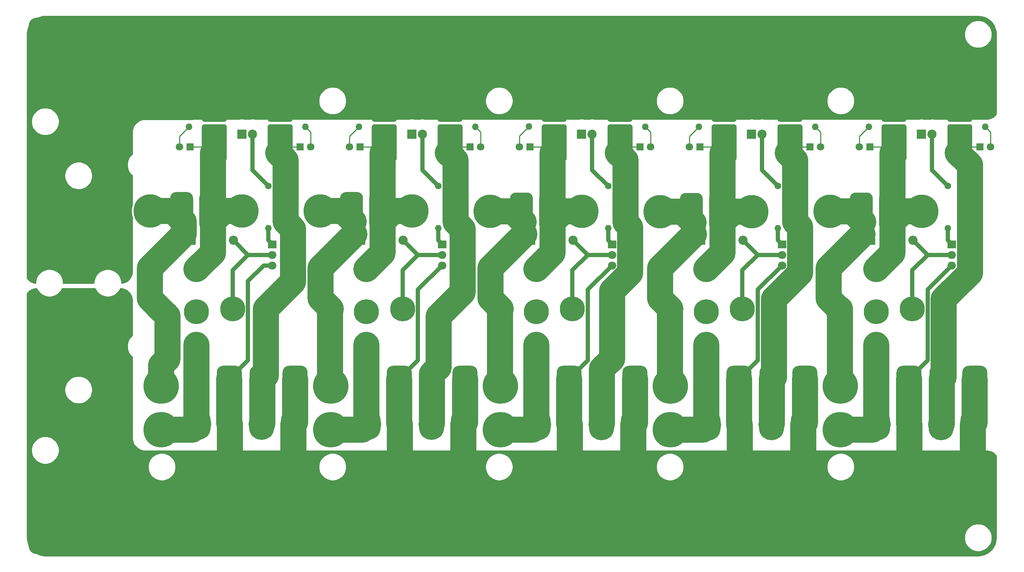
<source format=gbr>
%TF.GenerationSoftware,KiCad,Pcbnew,(5.1.8)-1*%
%TF.CreationDate,2021-07-20T10:02:19+02:00*%
%TF.ProjectId,FJElectricsPCBFront,464a456c-6563-4747-9269-637350434246,rev?*%
%TF.SameCoordinates,Original*%
%TF.FileFunction,Copper,L1,Top*%
%TF.FilePolarity,Positive*%
%FSLAX46Y46*%
G04 Gerber Fmt 4.6, Leading zero omitted, Abs format (unit mm)*
G04 Created by KiCad (PCBNEW (5.1.8)-1) date 2021-07-20 10:02:19*
%MOMM*%
%LPD*%
G01*
G04 APERTURE LIST*
%TA.AperFunction,ComponentPad*%
%ADD10O,1.600000X1.600000*%
%TD*%
%TA.AperFunction,ComponentPad*%
%ADD11C,1.600000*%
%TD*%
%TA.AperFunction,ComponentPad*%
%ADD12O,2.000000X1.905000*%
%TD*%
%TA.AperFunction,ComponentPad*%
%ADD13R,2.000000X1.905000*%
%TD*%
%TA.AperFunction,ComponentPad*%
%ADD14C,2.200000*%
%TD*%
%TA.AperFunction,ComponentPad*%
%ADD15R,2.200000X2.200000*%
%TD*%
%TA.AperFunction,ComponentPad*%
%ADD16O,2.200000X2.200000*%
%TD*%
%TA.AperFunction,ComponentPad*%
%ADD17C,1.800000*%
%TD*%
%TA.AperFunction,ComponentPad*%
%ADD18R,1.800000X1.800000*%
%TD*%
%TA.AperFunction,ComponentPad*%
%ADD19O,6.000000X7.620000*%
%TD*%
%TA.AperFunction,ComponentPad*%
%ADD20O,8.500000X8.500000*%
%TD*%
%TA.AperFunction,ComponentPad*%
%ADD21C,1.500000*%
%TD*%
%TA.AperFunction,ComponentPad*%
%ADD22C,8.000000*%
%TD*%
%TA.AperFunction,ComponentPad*%
%ADD23C,2.000000*%
%TD*%
%TA.AperFunction,ComponentPad*%
%ADD24C,20.000000*%
%TD*%
%TA.AperFunction,ComponentPad*%
%ADD25C,6.000000*%
%TD*%
%TA.AperFunction,Conductor*%
%ADD26C,1.000000*%
%TD*%
%TA.AperFunction,Conductor*%
%ADD27C,6.300000*%
%TD*%
%TA.AperFunction,Conductor*%
%ADD28C,0.250000*%
%TD*%
%TA.AperFunction,Conductor*%
%ADD29C,0.254000*%
%TD*%
%TA.AperFunction,Conductor*%
%ADD30C,0.100000*%
%TD*%
G04 APERTURE END LIST*
D10*
%TO.P,R15,2*%
%TO.N,Net-(Q5-Pad1)*%
X166955000Y-62660000D03*
D11*
%TO.P,R15,1*%
%TO.N,/RELAY_CTL_5*%
X166955000Y-52500000D03*
%TD*%
D10*
%TO.P,R14,2*%
%TO.N,Net-(Q4-Pad1)*%
X85355000Y-62660000D03*
D11*
%TO.P,R14,1*%
%TO.N,/RELAY_CTL_4*%
X85355000Y-52500000D03*
%TD*%
D10*
%TO.P,R13,2*%
%TO.N,Net-(Q3-Pad1)*%
X207755000Y-62660000D03*
D11*
%TO.P,R13,1*%
%TO.N,/RELAY_CTL_3*%
X207755000Y-52500000D03*
%TD*%
D10*
%TO.P,R12,2*%
%TO.N,Net-(Q2-Pad1)*%
X126155000Y-62660000D03*
D11*
%TO.P,R12,1*%
%TO.N,/RELAY_CTL_2*%
X126155000Y-52500000D03*
%TD*%
D12*
%TO.P,Q5,3*%
%TO.N,/LOAD-*%
X167900000Y-71580000D03*
%TO.P,Q5,2*%
%TO.N,Net-(D5-Pad2)*%
X167900000Y-69040000D03*
D13*
%TO.P,Q5,1*%
%TO.N,Net-(Q5-Pad1)*%
X167900000Y-66500000D03*
%TD*%
D12*
%TO.P,Q4,3*%
%TO.N,/LOAD-*%
X86300000Y-71580000D03*
%TO.P,Q4,2*%
%TO.N,Net-(D4-Pad2)*%
X86300000Y-69040000D03*
D13*
%TO.P,Q4,1*%
%TO.N,Net-(Q4-Pad1)*%
X86300000Y-66500000D03*
%TD*%
D12*
%TO.P,Q3,3*%
%TO.N,/LOAD-*%
X208700000Y-71580000D03*
%TO.P,Q3,2*%
%TO.N,Net-(D3-Pad2)*%
X208700000Y-69040000D03*
D13*
%TO.P,Q3,1*%
%TO.N,Net-(Q3-Pad1)*%
X208700000Y-66500000D03*
%TD*%
D12*
%TO.P,Q2,3*%
%TO.N,/LOAD-*%
X127100000Y-71580000D03*
%TO.P,Q2,2*%
%TO.N,Net-(D2-Pad2)*%
X127100000Y-69040000D03*
D13*
%TO.P,Q2,1*%
%TO.N,Net-(Q2-Pad1)*%
X127100000Y-66500000D03*
%TD*%
D14*
%TO.P,J10,2*%
%TO.N,/RELAY_CTL_5*%
X163140000Y-40000000D03*
D15*
%TO.P,J10,1*%
%TO.N,/LOAD-*%
X160600000Y-40000000D03*
%TD*%
D14*
%TO.P,J8,2*%
%TO.N,/RELAY_CTL_4*%
X81540000Y-40000000D03*
D15*
%TO.P,J8,1*%
%TO.N,/LOAD-*%
X79000000Y-40000000D03*
%TD*%
D14*
%TO.P,J7,2*%
%TO.N,/RELAY_CTL_3*%
X203940000Y-40000000D03*
D15*
%TO.P,J7,1*%
%TO.N,/LOAD-*%
X201400000Y-40000000D03*
%TD*%
D14*
%TO.P,J5,2*%
%TO.N,/RELAY_CTL_2*%
X122340000Y-40000000D03*
D15*
%TO.P,J5,1*%
%TO.N,/LOAD-*%
X119800000Y-40000000D03*
%TD*%
D16*
%TO.P,D5,2*%
%TO.N,Net-(D5-Pad2)*%
X158560000Y-65500000D03*
D15*
%TO.P,D5,1*%
%TO.N,Net-(D5-Pad1)*%
X148400000Y-65500000D03*
%TD*%
D16*
%TO.P,D4,2*%
%TO.N,Net-(D4-Pad2)*%
X76960000Y-65500000D03*
D15*
%TO.P,D4,1*%
%TO.N,Net-(D4-Pad1)*%
X66800000Y-65500000D03*
%TD*%
D16*
%TO.P,D3,2*%
%TO.N,Net-(D3-Pad2)*%
X199360000Y-65500000D03*
D15*
%TO.P,D3,1*%
%TO.N,Net-(D3-Pad1)*%
X189200000Y-65500000D03*
%TD*%
D16*
%TO.P,D2,2*%
%TO.N,Net-(D2-Pad2)*%
X117760000Y-65500000D03*
D15*
%TO.P,D2,1*%
%TO.N,Net-(D2-Pad1)*%
X107600000Y-65500000D03*
%TD*%
D14*
%TO.P,J2,2*%
%TO.N,/RELAY_CTL_1*%
X40740000Y-40000000D03*
D15*
%TO.P,J2,1*%
%TO.N,/LOAD-*%
X38200000Y-40000000D03*
%TD*%
D10*
%TO.P,R11,2*%
%TO.N,Net-(Q1-Pad1)*%
X44555000Y-62660000D03*
D11*
%TO.P,R11,1*%
%TO.N,/RELAY_CTL_1*%
X44555000Y-52500000D03*
%TD*%
D12*
%TO.P,Q1,3*%
%TO.N,/LOAD-*%
X45500000Y-71580000D03*
%TO.P,Q1,2*%
%TO.N,Net-(D1-Pad2)*%
X45500000Y-69040000D03*
D13*
%TO.P,Q1,1*%
%TO.N,Net-(Q1-Pad1)*%
X45500000Y-66500000D03*
%TD*%
D16*
%TO.P,D1,2*%
%TO.N,Net-(D1-Pad2)*%
X36160000Y-65500000D03*
D15*
%TO.P,D1,1*%
%TO.N,Net-(D1-Pad1)*%
X26000000Y-65500000D03*
%TD*%
D10*
%TO.P,R4,2*%
%TO.N,Net-(Fuse4-Pad2)*%
X147925000Y-38260000D03*
D11*
%TO.P,R4,1*%
%TO.N,LOAD+*%
X147925000Y-28100000D03*
%TD*%
D10*
%TO.P,R5,2*%
%TO.N,Net-(Fuse5-Pad2)*%
X188725000Y-38260000D03*
D11*
%TO.P,R5,1*%
%TO.N,LOAD+*%
X188725000Y-28100000D03*
%TD*%
D10*
%TO.P,R6,2*%
%TO.N,Net-(Fuse6-Pad2)*%
X53485000Y-38260000D03*
D11*
%TO.P,R6,1*%
%TO.N,LOAD+*%
X53485000Y-28100000D03*
%TD*%
D10*
%TO.P,R7,2*%
%TO.N,Net-(Fuse7-Pad2)*%
X94285000Y-38260000D03*
D11*
%TO.P,R7,1*%
%TO.N,LOAD+*%
X94285000Y-28100000D03*
%TD*%
D10*
%TO.P,R8,2*%
%TO.N,Net-(Fuse8-Pad2)*%
X135085000Y-38260000D03*
D11*
%TO.P,R8,1*%
%TO.N,LOAD+*%
X135085000Y-28100000D03*
%TD*%
D10*
%TO.P,R9,2*%
%TO.N,Net-(Fuse9-Pad2)*%
X175885000Y-38260000D03*
D11*
%TO.P,R9,1*%
%TO.N,LOAD+*%
X175885000Y-28100000D03*
%TD*%
D10*
%TO.P,R10,2*%
%TO.N,Net-(Fuse10-Pad2)*%
X216685000Y-38260000D03*
D11*
%TO.P,R10,1*%
%TO.N,LOAD+*%
X216685000Y-28100000D03*
%TD*%
D17*
%TO.P,Fuse3,2*%
%TO.N,Net-(Fuse3-Pad2)*%
X104864000Y-43100000D03*
D18*
%TO.P,Fuse3,1*%
%TO.N,FUSE3*%
X107404000Y-43100000D03*
%TD*%
D17*
%TO.P,Fuse4,2*%
%TO.N,Net-(Fuse4-Pad2)*%
X145664000Y-43100000D03*
D18*
%TO.P,Fuse4,1*%
%TO.N,FUSE4*%
X148204000Y-43100000D03*
%TD*%
D17*
%TO.P,Fuse5,2*%
%TO.N,Net-(Fuse5-Pad2)*%
X186464000Y-43100000D03*
D18*
%TO.P,Fuse5,1*%
%TO.N,FUSE5*%
X189004000Y-43100000D03*
%TD*%
D17*
%TO.P,Fuse7,2*%
%TO.N,Net-(Fuse7-Pad2)*%
X95550000Y-43100000D03*
D18*
%TO.P,Fuse7,1*%
%TO.N,FUSE7*%
X93010000Y-43100000D03*
%TD*%
D17*
%TO.P,Fuse9,2*%
%TO.N,Net-(Fuse9-Pad2)*%
X177150000Y-43100000D03*
D18*
%TO.P,Fuse9,1*%
%TO.N,FUSE9*%
X174610000Y-43100000D03*
%TD*%
D10*
%TO.P,R3,2*%
%TO.N,Net-(Fuse3-Pad2)*%
X107125000Y-38160000D03*
D11*
%TO.P,R3,1*%
%TO.N,LOAD+*%
X107125000Y-28000000D03*
%TD*%
D17*
%TO.P,Fuse2,2*%
%TO.N,Net-(Fuse2-Pad2)*%
X64064000Y-43100000D03*
D18*
%TO.P,Fuse2,1*%
%TO.N,FUSE2*%
X66604000Y-43100000D03*
%TD*%
D17*
%TO.P,Fuse6,2*%
%TO.N,Net-(Fuse6-Pad2)*%
X54750000Y-43100000D03*
D18*
%TO.P,Fuse6,1*%
%TO.N,FUSE6*%
X52210000Y-43100000D03*
%TD*%
D10*
%TO.P,R2,2*%
%TO.N,Net-(Fuse2-Pad2)*%
X66325000Y-38260000D03*
D11*
%TO.P,R2,1*%
%TO.N,LOAD+*%
X66325000Y-28100000D03*
%TD*%
%TO.P,Fuse_2,2*%
%TO.N,LOAD+*%
%TA.AperFunction,ComponentPad*%
G36*
G01*
X74807000Y-34200000D02*
X70007000Y-34200000D01*
G75*
G02*
X69407000Y-33600000I0J600000D01*
G01*
X69407000Y-28800000D01*
G75*
G02*
X70007000Y-28200000I600000J0D01*
G01*
X74807000Y-28200000D01*
G75*
G02*
X75407000Y-28800000I0J-600000D01*
G01*
X75407000Y-33600000D01*
G75*
G02*
X74807000Y-34200000I-600000J0D01*
G01*
G37*
%TD.AperFunction*%
%TA.AperFunction,ComponentPad*%
G36*
G01*
X74857000Y-37050000D02*
X69957000Y-37050000D01*
G75*
G02*
X69407000Y-36500000I0J550000D01*
G01*
X69407000Y-32100000D01*
G75*
G02*
X69957000Y-31550000I550000J0D01*
G01*
X74857000Y-31550000D01*
G75*
G02*
X75407000Y-32100000I0J-550000D01*
G01*
X75407000Y-36500000D01*
G75*
G02*
X74857000Y-37050000I-550000J0D01*
G01*
G37*
%TD.AperFunction*%
%TO.P,Fuse_2,1*%
%TO.N,FUSE2*%
%TA.AperFunction,ComponentPad*%
G36*
G01*
X74857000Y-43150000D02*
X69957000Y-43150000D01*
G75*
G02*
X69407000Y-42600000I0J550000D01*
G01*
X69407000Y-38200000D01*
G75*
G02*
X69957000Y-37650000I550000J0D01*
G01*
X74857000Y-37650000D01*
G75*
G02*
X75407000Y-38200000I0J-550000D01*
G01*
X75407000Y-42600000D01*
G75*
G02*
X74857000Y-43150000I-550000J0D01*
G01*
G37*
%TD.AperFunction*%
%TA.AperFunction,ComponentPad*%
G36*
G01*
X74807000Y-46500000D02*
X70007000Y-46500000D01*
G75*
G02*
X69407000Y-45900000I0J600000D01*
G01*
X69407000Y-41100000D01*
G75*
G02*
X70007000Y-40500000I600000J0D01*
G01*
X74807000Y-40500000D01*
G75*
G02*
X75407000Y-41100000I0J-600000D01*
G01*
X75407000Y-45900000D01*
G75*
G02*
X74807000Y-46500000I-600000J0D01*
G01*
G37*
%TD.AperFunction*%
%TD*%
%TO.P,Fuse_3,2*%
%TO.N,LOAD+*%
%TA.AperFunction,ComponentPad*%
G36*
G01*
X115607000Y-34200000D02*
X110807000Y-34200000D01*
G75*
G02*
X110207000Y-33600000I0J600000D01*
G01*
X110207000Y-28800000D01*
G75*
G02*
X110807000Y-28200000I600000J0D01*
G01*
X115607000Y-28200000D01*
G75*
G02*
X116207000Y-28800000I0J-600000D01*
G01*
X116207000Y-33600000D01*
G75*
G02*
X115607000Y-34200000I-600000J0D01*
G01*
G37*
%TD.AperFunction*%
%TA.AperFunction,ComponentPad*%
G36*
G01*
X115657000Y-37050000D02*
X110757000Y-37050000D01*
G75*
G02*
X110207000Y-36500000I0J550000D01*
G01*
X110207000Y-32100000D01*
G75*
G02*
X110757000Y-31550000I550000J0D01*
G01*
X115657000Y-31550000D01*
G75*
G02*
X116207000Y-32100000I0J-550000D01*
G01*
X116207000Y-36500000D01*
G75*
G02*
X115657000Y-37050000I-550000J0D01*
G01*
G37*
%TD.AperFunction*%
%TO.P,Fuse_3,1*%
%TO.N,FUSE3*%
%TA.AperFunction,ComponentPad*%
G36*
G01*
X115657000Y-43150000D02*
X110757000Y-43150000D01*
G75*
G02*
X110207000Y-42600000I0J550000D01*
G01*
X110207000Y-38200000D01*
G75*
G02*
X110757000Y-37650000I550000J0D01*
G01*
X115657000Y-37650000D01*
G75*
G02*
X116207000Y-38200000I0J-550000D01*
G01*
X116207000Y-42600000D01*
G75*
G02*
X115657000Y-43150000I-550000J0D01*
G01*
G37*
%TD.AperFunction*%
%TA.AperFunction,ComponentPad*%
G36*
G01*
X115607000Y-46500000D02*
X110807000Y-46500000D01*
G75*
G02*
X110207000Y-45900000I0J600000D01*
G01*
X110207000Y-41100000D01*
G75*
G02*
X110807000Y-40500000I600000J0D01*
G01*
X115607000Y-40500000D01*
G75*
G02*
X116207000Y-41100000I0J-600000D01*
G01*
X116207000Y-45900000D01*
G75*
G02*
X115607000Y-46500000I-600000J0D01*
G01*
G37*
%TD.AperFunction*%
%TD*%
%TO.P,Fuse_4,2*%
%TO.N,LOAD+*%
%TA.AperFunction,ComponentPad*%
G36*
G01*
X156407000Y-34200000D02*
X151607000Y-34200000D01*
G75*
G02*
X151007000Y-33600000I0J600000D01*
G01*
X151007000Y-28800000D01*
G75*
G02*
X151607000Y-28200000I600000J0D01*
G01*
X156407000Y-28200000D01*
G75*
G02*
X157007000Y-28800000I0J-600000D01*
G01*
X157007000Y-33600000D01*
G75*
G02*
X156407000Y-34200000I-600000J0D01*
G01*
G37*
%TD.AperFunction*%
%TA.AperFunction,ComponentPad*%
G36*
G01*
X156457000Y-37050000D02*
X151557000Y-37050000D01*
G75*
G02*
X151007000Y-36500000I0J550000D01*
G01*
X151007000Y-32100000D01*
G75*
G02*
X151557000Y-31550000I550000J0D01*
G01*
X156457000Y-31550000D01*
G75*
G02*
X157007000Y-32100000I0J-550000D01*
G01*
X157007000Y-36500000D01*
G75*
G02*
X156457000Y-37050000I-550000J0D01*
G01*
G37*
%TD.AperFunction*%
%TO.P,Fuse_4,1*%
%TO.N,FUSE4*%
%TA.AperFunction,ComponentPad*%
G36*
G01*
X156457000Y-43150000D02*
X151557000Y-43150000D01*
G75*
G02*
X151007000Y-42600000I0J550000D01*
G01*
X151007000Y-38200000D01*
G75*
G02*
X151557000Y-37650000I550000J0D01*
G01*
X156457000Y-37650000D01*
G75*
G02*
X157007000Y-38200000I0J-550000D01*
G01*
X157007000Y-42600000D01*
G75*
G02*
X156457000Y-43150000I-550000J0D01*
G01*
G37*
%TD.AperFunction*%
%TA.AperFunction,ComponentPad*%
G36*
G01*
X156407000Y-46500000D02*
X151607000Y-46500000D01*
G75*
G02*
X151007000Y-45900000I0J600000D01*
G01*
X151007000Y-41100000D01*
G75*
G02*
X151607000Y-40500000I600000J0D01*
G01*
X156407000Y-40500000D01*
G75*
G02*
X157007000Y-41100000I0J-600000D01*
G01*
X157007000Y-45900000D01*
G75*
G02*
X156407000Y-46500000I-600000J0D01*
G01*
G37*
%TD.AperFunction*%
%TD*%
%TO.P,Fuse_5,2*%
%TO.N,LOAD+*%
%TA.AperFunction,ComponentPad*%
G36*
G01*
X197207000Y-34200000D02*
X192407000Y-34200000D01*
G75*
G02*
X191807000Y-33600000I0J600000D01*
G01*
X191807000Y-28800000D01*
G75*
G02*
X192407000Y-28200000I600000J0D01*
G01*
X197207000Y-28200000D01*
G75*
G02*
X197807000Y-28800000I0J-600000D01*
G01*
X197807000Y-33600000D01*
G75*
G02*
X197207000Y-34200000I-600000J0D01*
G01*
G37*
%TD.AperFunction*%
%TA.AperFunction,ComponentPad*%
G36*
G01*
X197257000Y-37050000D02*
X192357000Y-37050000D01*
G75*
G02*
X191807000Y-36500000I0J550000D01*
G01*
X191807000Y-32100000D01*
G75*
G02*
X192357000Y-31550000I550000J0D01*
G01*
X197257000Y-31550000D01*
G75*
G02*
X197807000Y-32100000I0J-550000D01*
G01*
X197807000Y-36500000D01*
G75*
G02*
X197257000Y-37050000I-550000J0D01*
G01*
G37*
%TD.AperFunction*%
%TO.P,Fuse_5,1*%
%TO.N,FUSE5*%
%TA.AperFunction,ComponentPad*%
G36*
G01*
X197257000Y-43150000D02*
X192357000Y-43150000D01*
G75*
G02*
X191807000Y-42600000I0J550000D01*
G01*
X191807000Y-38200000D01*
G75*
G02*
X192357000Y-37650000I550000J0D01*
G01*
X197257000Y-37650000D01*
G75*
G02*
X197807000Y-38200000I0J-550000D01*
G01*
X197807000Y-42600000D01*
G75*
G02*
X197257000Y-43150000I-550000J0D01*
G01*
G37*
%TD.AperFunction*%
%TA.AperFunction,ComponentPad*%
G36*
G01*
X197207000Y-46500000D02*
X192407000Y-46500000D01*
G75*
G02*
X191807000Y-45900000I0J600000D01*
G01*
X191807000Y-41100000D01*
G75*
G02*
X192407000Y-40500000I600000J0D01*
G01*
X197207000Y-40500000D01*
G75*
G02*
X197807000Y-41100000I0J-600000D01*
G01*
X197807000Y-45900000D01*
G75*
G02*
X197207000Y-46500000I-600000J0D01*
G01*
G37*
%TD.AperFunction*%
%TD*%
%TO.P,Fuse_6,2*%
%TO.N,LOAD+*%
%TA.AperFunction,ComponentPad*%
G36*
G01*
X49807000Y-34200000D02*
X45007000Y-34200000D01*
G75*
G02*
X44407000Y-33600000I0J600000D01*
G01*
X44407000Y-28800000D01*
G75*
G02*
X45007000Y-28200000I600000J0D01*
G01*
X49807000Y-28200000D01*
G75*
G02*
X50407000Y-28800000I0J-600000D01*
G01*
X50407000Y-33600000D01*
G75*
G02*
X49807000Y-34200000I-600000J0D01*
G01*
G37*
%TD.AperFunction*%
%TA.AperFunction,ComponentPad*%
G36*
G01*
X49857000Y-37050000D02*
X44957000Y-37050000D01*
G75*
G02*
X44407000Y-36500000I0J550000D01*
G01*
X44407000Y-32100000D01*
G75*
G02*
X44957000Y-31550000I550000J0D01*
G01*
X49857000Y-31550000D01*
G75*
G02*
X50407000Y-32100000I0J-550000D01*
G01*
X50407000Y-36500000D01*
G75*
G02*
X49857000Y-37050000I-550000J0D01*
G01*
G37*
%TD.AperFunction*%
%TO.P,Fuse_6,1*%
%TO.N,FUSE6*%
%TA.AperFunction,ComponentPad*%
G36*
G01*
X49857000Y-43150000D02*
X44957000Y-43150000D01*
G75*
G02*
X44407000Y-42600000I0J550000D01*
G01*
X44407000Y-38200000D01*
G75*
G02*
X44957000Y-37650000I550000J0D01*
G01*
X49857000Y-37650000D01*
G75*
G02*
X50407000Y-38200000I0J-550000D01*
G01*
X50407000Y-42600000D01*
G75*
G02*
X49857000Y-43150000I-550000J0D01*
G01*
G37*
%TD.AperFunction*%
%TA.AperFunction,ComponentPad*%
G36*
G01*
X49807000Y-46500000D02*
X45007000Y-46500000D01*
G75*
G02*
X44407000Y-45900000I0J600000D01*
G01*
X44407000Y-41100000D01*
G75*
G02*
X45007000Y-40500000I600000J0D01*
G01*
X49807000Y-40500000D01*
G75*
G02*
X50407000Y-41100000I0J-600000D01*
G01*
X50407000Y-45900000D01*
G75*
G02*
X49807000Y-46500000I-600000J0D01*
G01*
G37*
%TD.AperFunction*%
%TD*%
%TO.P,Fuse_8,2*%
%TO.N,LOAD+*%
%TA.AperFunction,ComponentPad*%
G36*
G01*
X131407000Y-34200000D02*
X126607000Y-34200000D01*
G75*
G02*
X126007000Y-33600000I0J600000D01*
G01*
X126007000Y-28800000D01*
G75*
G02*
X126607000Y-28200000I600000J0D01*
G01*
X131407000Y-28200000D01*
G75*
G02*
X132007000Y-28800000I0J-600000D01*
G01*
X132007000Y-33600000D01*
G75*
G02*
X131407000Y-34200000I-600000J0D01*
G01*
G37*
%TD.AperFunction*%
%TA.AperFunction,ComponentPad*%
G36*
G01*
X131457000Y-37050000D02*
X126557000Y-37050000D01*
G75*
G02*
X126007000Y-36500000I0J550000D01*
G01*
X126007000Y-32100000D01*
G75*
G02*
X126557000Y-31550000I550000J0D01*
G01*
X131457000Y-31550000D01*
G75*
G02*
X132007000Y-32100000I0J-550000D01*
G01*
X132007000Y-36500000D01*
G75*
G02*
X131457000Y-37050000I-550000J0D01*
G01*
G37*
%TD.AperFunction*%
%TO.P,Fuse_8,1*%
%TO.N,FUSE8*%
%TA.AperFunction,ComponentPad*%
G36*
G01*
X131457000Y-43150000D02*
X126557000Y-43150000D01*
G75*
G02*
X126007000Y-42600000I0J550000D01*
G01*
X126007000Y-38200000D01*
G75*
G02*
X126557000Y-37650000I550000J0D01*
G01*
X131457000Y-37650000D01*
G75*
G02*
X132007000Y-38200000I0J-550000D01*
G01*
X132007000Y-42600000D01*
G75*
G02*
X131457000Y-43150000I-550000J0D01*
G01*
G37*
%TD.AperFunction*%
%TA.AperFunction,ComponentPad*%
G36*
G01*
X131407000Y-46500000D02*
X126607000Y-46500000D01*
G75*
G02*
X126007000Y-45900000I0J600000D01*
G01*
X126007000Y-41100000D01*
G75*
G02*
X126607000Y-40500000I600000J0D01*
G01*
X131407000Y-40500000D01*
G75*
G02*
X132007000Y-41100000I0J-600000D01*
G01*
X132007000Y-45900000D01*
G75*
G02*
X131407000Y-46500000I-600000J0D01*
G01*
G37*
%TD.AperFunction*%
%TD*%
%TO.P,Fuse_9,2*%
%TO.N,LOAD+*%
%TA.AperFunction,ComponentPad*%
G36*
G01*
X172207000Y-34200000D02*
X167407000Y-34200000D01*
G75*
G02*
X166807000Y-33600000I0J600000D01*
G01*
X166807000Y-28800000D01*
G75*
G02*
X167407000Y-28200000I600000J0D01*
G01*
X172207000Y-28200000D01*
G75*
G02*
X172807000Y-28800000I0J-600000D01*
G01*
X172807000Y-33600000D01*
G75*
G02*
X172207000Y-34200000I-600000J0D01*
G01*
G37*
%TD.AperFunction*%
%TA.AperFunction,ComponentPad*%
G36*
G01*
X172257000Y-37050000D02*
X167357000Y-37050000D01*
G75*
G02*
X166807000Y-36500000I0J550000D01*
G01*
X166807000Y-32100000D01*
G75*
G02*
X167357000Y-31550000I550000J0D01*
G01*
X172257000Y-31550000D01*
G75*
G02*
X172807000Y-32100000I0J-550000D01*
G01*
X172807000Y-36500000D01*
G75*
G02*
X172257000Y-37050000I-550000J0D01*
G01*
G37*
%TD.AperFunction*%
%TO.P,Fuse_9,1*%
%TO.N,FUSE9*%
%TA.AperFunction,ComponentPad*%
G36*
G01*
X172257000Y-43150000D02*
X167357000Y-43150000D01*
G75*
G02*
X166807000Y-42600000I0J550000D01*
G01*
X166807000Y-38200000D01*
G75*
G02*
X167357000Y-37650000I550000J0D01*
G01*
X172257000Y-37650000D01*
G75*
G02*
X172807000Y-38200000I0J-550000D01*
G01*
X172807000Y-42600000D01*
G75*
G02*
X172257000Y-43150000I-550000J0D01*
G01*
G37*
%TD.AperFunction*%
%TA.AperFunction,ComponentPad*%
G36*
G01*
X172207000Y-46500000D02*
X167407000Y-46500000D01*
G75*
G02*
X166807000Y-45900000I0J600000D01*
G01*
X166807000Y-41100000D01*
G75*
G02*
X167407000Y-40500000I600000J0D01*
G01*
X172207000Y-40500000D01*
G75*
G02*
X172807000Y-41100000I0J-600000D01*
G01*
X172807000Y-45900000D01*
G75*
G02*
X172207000Y-46500000I-600000J0D01*
G01*
G37*
%TD.AperFunction*%
%TD*%
%TO.P,Fuse_10,2*%
%TO.N,LOAD+*%
%TA.AperFunction,ComponentPad*%
G36*
G01*
X213007000Y-34200000D02*
X208207000Y-34200000D01*
G75*
G02*
X207607000Y-33600000I0J600000D01*
G01*
X207607000Y-28800000D01*
G75*
G02*
X208207000Y-28200000I600000J0D01*
G01*
X213007000Y-28200000D01*
G75*
G02*
X213607000Y-28800000I0J-600000D01*
G01*
X213607000Y-33600000D01*
G75*
G02*
X213007000Y-34200000I-600000J0D01*
G01*
G37*
%TD.AperFunction*%
%TA.AperFunction,ComponentPad*%
G36*
G01*
X213057000Y-37050000D02*
X208157000Y-37050000D01*
G75*
G02*
X207607000Y-36500000I0J550000D01*
G01*
X207607000Y-32100000D01*
G75*
G02*
X208157000Y-31550000I550000J0D01*
G01*
X213057000Y-31550000D01*
G75*
G02*
X213607000Y-32100000I0J-550000D01*
G01*
X213607000Y-36500000D01*
G75*
G02*
X213057000Y-37050000I-550000J0D01*
G01*
G37*
%TD.AperFunction*%
%TO.P,Fuse_10,1*%
%TO.N,FUSE10*%
%TA.AperFunction,ComponentPad*%
G36*
G01*
X213057000Y-43150000D02*
X208157000Y-43150000D01*
G75*
G02*
X207607000Y-42600000I0J550000D01*
G01*
X207607000Y-38200000D01*
G75*
G02*
X208157000Y-37650000I550000J0D01*
G01*
X213057000Y-37650000D01*
G75*
G02*
X213607000Y-38200000I0J-550000D01*
G01*
X213607000Y-42600000D01*
G75*
G02*
X213057000Y-43150000I-550000J0D01*
G01*
G37*
%TD.AperFunction*%
%TA.AperFunction,ComponentPad*%
G36*
G01*
X213007000Y-46500000D02*
X208207000Y-46500000D01*
G75*
G02*
X207607000Y-45900000I0J600000D01*
G01*
X207607000Y-41100000D01*
G75*
G02*
X208207000Y-40500000I600000J0D01*
G01*
X213007000Y-40500000D01*
G75*
G02*
X213607000Y-41100000I0J-600000D01*
G01*
X213607000Y-45900000D01*
G75*
G02*
X213007000Y-46500000I-600000J0D01*
G01*
G37*
%TD.AperFunction*%
%TD*%
D19*
%TO.P,J3,2*%
%TO.N,/SLOAD1+*%
X27720000Y-109700000D03*
%TO.P,J3,1*%
%TO.N,/LOAD-*%
X35340000Y-109700000D03*
%TD*%
%TO.P,J6,2*%
%TO.N,/SLOAD3+*%
X109320000Y-109790000D03*
%TO.P,J6,1*%
%TO.N,/LOAD-*%
X116940000Y-109790000D03*
%TD*%
%TO.P,J9,2*%
%TO.N,/SLOAD4+*%
X150120000Y-109900000D03*
%TO.P,J9,1*%
%TO.N,/LOAD-*%
X157740000Y-109900000D03*
%TD*%
%TO.P,J14,2*%
%TO.N,/SLOAD5+*%
X190920000Y-109790000D03*
%TO.P,J14,1*%
%TO.N,/LOAD-*%
X198540000Y-109790000D03*
%TD*%
%TO.P,J15,1*%
%TO.N,FUSE6*%
%TA.AperFunction,ComponentPad*%
G36*
G01*
X40100000Y-102900000D02*
X40100000Y-97200000D01*
G75*
G02*
X41600000Y-95700000I1500000J0D01*
G01*
X44600000Y-95700000D01*
G75*
G02*
X46100000Y-97200000I0J-1500000D01*
G01*
X46100000Y-102900000D01*
G75*
G02*
X44600000Y-104400000I-1500000J0D01*
G01*
X41600000Y-104400000D01*
G75*
G02*
X40100000Y-102900000I0J1500000D01*
G01*
G37*
%TD.AperFunction*%
%TO.P,J15,2*%
%TO.N,/LOAD-*%
%TA.AperFunction,ComponentPad*%
G36*
G01*
X48000000Y-102900000D02*
X48000000Y-97200000D01*
G75*
G02*
X49500000Y-95700000I1500000J0D01*
G01*
X52500000Y-95700000D01*
G75*
G02*
X54000000Y-97200000I0J-1500000D01*
G01*
X54000000Y-102900000D01*
G75*
G02*
X52500000Y-104400000I-1500000J0D01*
G01*
X49500000Y-104400000D01*
G75*
G02*
X48000000Y-102900000I0J1500000D01*
G01*
G37*
%TD.AperFunction*%
%TD*%
%TO.P,J16,1*%
%TO.N,FUSE7*%
%TA.AperFunction,ComponentPad*%
G36*
G01*
X80900000Y-102895000D02*
X80900000Y-97195000D01*
G75*
G02*
X82400000Y-95695000I1500000J0D01*
G01*
X85400000Y-95695000D01*
G75*
G02*
X86900000Y-97195000I0J-1500000D01*
G01*
X86900000Y-102895000D01*
G75*
G02*
X85400000Y-104395000I-1500000J0D01*
G01*
X82400000Y-104395000D01*
G75*
G02*
X80900000Y-102895000I0J1500000D01*
G01*
G37*
%TD.AperFunction*%
%TO.P,J16,2*%
%TO.N,/LOAD-*%
%TA.AperFunction,ComponentPad*%
G36*
G01*
X88800000Y-102895000D02*
X88800000Y-97195000D01*
G75*
G02*
X90300000Y-95695000I1500000J0D01*
G01*
X93300000Y-95695000D01*
G75*
G02*
X94800000Y-97195000I0J-1500000D01*
G01*
X94800000Y-102895000D01*
G75*
G02*
X93300000Y-104395000I-1500000J0D01*
G01*
X90300000Y-104395000D01*
G75*
G02*
X88800000Y-102895000I0J1500000D01*
G01*
G37*
%TD.AperFunction*%
%TD*%
%TO.P,J19,1*%
%TO.N,FUSE8*%
%TA.AperFunction,ComponentPad*%
G36*
G01*
X121700000Y-102900000D02*
X121700000Y-97200000D01*
G75*
G02*
X123200000Y-95700000I1500000J0D01*
G01*
X126200000Y-95700000D01*
G75*
G02*
X127700000Y-97200000I0J-1500000D01*
G01*
X127700000Y-102900000D01*
G75*
G02*
X126200000Y-104400000I-1500000J0D01*
G01*
X123200000Y-104400000D01*
G75*
G02*
X121700000Y-102900000I0J1500000D01*
G01*
G37*
%TD.AperFunction*%
%TO.P,J19,2*%
%TO.N,/LOAD-*%
%TA.AperFunction,ComponentPad*%
G36*
G01*
X129600000Y-102900000D02*
X129600000Y-97200000D01*
G75*
G02*
X131100000Y-95700000I1500000J0D01*
G01*
X134100000Y-95700000D01*
G75*
G02*
X135600000Y-97200000I0J-1500000D01*
G01*
X135600000Y-102900000D01*
G75*
G02*
X134100000Y-104400000I-1500000J0D01*
G01*
X131100000Y-104400000D01*
G75*
G02*
X129600000Y-102900000I0J1500000D01*
G01*
G37*
%TD.AperFunction*%
%TD*%
%TO.P,J20,2*%
%TO.N,FUSE7*%
X83760000Y-109700000D03*
%TO.P,J20,1*%
%TO.N,/LOAD-*%
X91380000Y-109700000D03*
%TD*%
%TO.P,J22,1*%
%TO.N,FUSE9*%
%TA.AperFunction,ComponentPad*%
G36*
G01*
X162500000Y-102900000D02*
X162500000Y-97200000D01*
G75*
G02*
X164000000Y-95700000I1500000J0D01*
G01*
X167000000Y-95700000D01*
G75*
G02*
X168500000Y-97200000I0J-1500000D01*
G01*
X168500000Y-102900000D01*
G75*
G02*
X167000000Y-104400000I-1500000J0D01*
G01*
X164000000Y-104400000D01*
G75*
G02*
X162500000Y-102900000I0J1500000D01*
G01*
G37*
%TD.AperFunction*%
%TO.P,J22,2*%
%TO.N,/LOAD-*%
%TA.AperFunction,ComponentPad*%
G36*
G01*
X170400000Y-102900000D02*
X170400000Y-97200000D01*
G75*
G02*
X171900000Y-95700000I1500000J0D01*
G01*
X174900000Y-95700000D01*
G75*
G02*
X176400000Y-97200000I0J-1500000D01*
G01*
X176400000Y-102900000D01*
G75*
G02*
X174900000Y-104400000I-1500000J0D01*
G01*
X171900000Y-104400000D01*
G75*
G02*
X170400000Y-102900000I0J1500000D01*
G01*
G37*
%TD.AperFunction*%
%TD*%
%TO.P,J24,2*%
%TO.N,FUSE8*%
X124560000Y-109790000D03*
%TO.P,J24,1*%
%TO.N,/LOAD-*%
X132180000Y-109790000D03*
%TD*%
%TO.P,J25,1*%
%TO.N,FUSE10*%
%TA.AperFunction,ComponentPad*%
G36*
G01*
X203300000Y-102900000D02*
X203300000Y-97200000D01*
G75*
G02*
X204800000Y-95700000I1500000J0D01*
G01*
X207800000Y-95700000D01*
G75*
G02*
X209300000Y-97200000I0J-1500000D01*
G01*
X209300000Y-102900000D01*
G75*
G02*
X207800000Y-104400000I-1500000J0D01*
G01*
X204800000Y-104400000D01*
G75*
G02*
X203300000Y-102900000I0J1500000D01*
G01*
G37*
%TD.AperFunction*%
%TO.P,J25,2*%
%TO.N,/LOAD-*%
%TA.AperFunction,ComponentPad*%
G36*
G01*
X211200000Y-102900000D02*
X211200000Y-97200000D01*
G75*
G02*
X212700000Y-95700000I1500000J0D01*
G01*
X215700000Y-95700000D01*
G75*
G02*
X217200000Y-97200000I0J-1500000D01*
G01*
X217200000Y-102900000D01*
G75*
G02*
X215700000Y-104400000I-1500000J0D01*
G01*
X212700000Y-104400000D01*
G75*
G02*
X211200000Y-102900000I0J1500000D01*
G01*
G37*
%TD.AperFunction*%
%TD*%
%TO.P,J26,2*%
%TO.N,FUSE9*%
X165360000Y-109800000D03*
%TO.P,J26,1*%
%TO.N,/LOAD-*%
X172980000Y-109800000D03*
%TD*%
%TO.P,J27,2*%
%TO.N,FUSE10*%
X206160000Y-109790000D03*
%TO.P,J27,1*%
%TO.N,/LOAD-*%
X213780000Y-109790000D03*
%TD*%
%TO.P,J29,1*%
%TO.N,/SLOAD1+*%
%TA.AperFunction,ComponentPad*%
G36*
G01*
X24300000Y-102900000D02*
X24300000Y-97200000D01*
G75*
G02*
X25800000Y-95700000I1500000J0D01*
G01*
X28800000Y-95700000D01*
G75*
G02*
X30300000Y-97200000I0J-1500000D01*
G01*
X30300000Y-102900000D01*
G75*
G02*
X28800000Y-104400000I-1500000J0D01*
G01*
X25800000Y-104400000D01*
G75*
G02*
X24300000Y-102900000I0J1500000D01*
G01*
G37*
%TD.AperFunction*%
%TO.P,J29,2*%
%TO.N,/LOAD-*%
%TA.AperFunction,ComponentPad*%
G36*
G01*
X32200000Y-102900000D02*
X32200000Y-97200000D01*
G75*
G02*
X33700000Y-95700000I1500000J0D01*
G01*
X36700000Y-95700000D01*
G75*
G02*
X38200000Y-97200000I0J-1500000D01*
G01*
X38200000Y-102900000D01*
G75*
G02*
X36700000Y-104400000I-1500000J0D01*
G01*
X33700000Y-104400000D01*
G75*
G02*
X32200000Y-102900000I0J1500000D01*
G01*
G37*
%TD.AperFunction*%
%TD*%
%TO.P,J30,1*%
%TO.N,/SLOAD3+*%
%TA.AperFunction,ComponentPad*%
G36*
G01*
X105900000Y-102900000D02*
X105900000Y-97200000D01*
G75*
G02*
X107400000Y-95700000I1500000J0D01*
G01*
X110400000Y-95700000D01*
G75*
G02*
X111900000Y-97200000I0J-1500000D01*
G01*
X111900000Y-102900000D01*
G75*
G02*
X110400000Y-104400000I-1500000J0D01*
G01*
X107400000Y-104400000D01*
G75*
G02*
X105900000Y-102900000I0J1500000D01*
G01*
G37*
%TD.AperFunction*%
%TO.P,J30,2*%
%TO.N,/LOAD-*%
%TA.AperFunction,ComponentPad*%
G36*
G01*
X113800000Y-102900000D02*
X113800000Y-97200000D01*
G75*
G02*
X115300000Y-95700000I1500000J0D01*
G01*
X118300000Y-95700000D01*
G75*
G02*
X119800000Y-97200000I0J-1500000D01*
G01*
X119800000Y-102900000D01*
G75*
G02*
X118300000Y-104400000I-1500000J0D01*
G01*
X115300000Y-104400000D01*
G75*
G02*
X113800000Y-102900000I0J1500000D01*
G01*
G37*
%TD.AperFunction*%
%TD*%
%TO.P,J31,1*%
%TO.N,/SLOAD5+*%
%TA.AperFunction,ComponentPad*%
G36*
G01*
X187500000Y-102900000D02*
X187500000Y-97200000D01*
G75*
G02*
X189000000Y-95700000I1500000J0D01*
G01*
X192000000Y-95700000D01*
G75*
G02*
X193500000Y-97200000I0J-1500000D01*
G01*
X193500000Y-102900000D01*
G75*
G02*
X192000000Y-104400000I-1500000J0D01*
G01*
X189000000Y-104400000D01*
G75*
G02*
X187500000Y-102900000I0J1500000D01*
G01*
G37*
%TD.AperFunction*%
%TO.P,J31,2*%
%TO.N,/LOAD-*%
%TA.AperFunction,ComponentPad*%
G36*
G01*
X195400000Y-102900000D02*
X195400000Y-97200000D01*
G75*
G02*
X196900000Y-95700000I1500000J0D01*
G01*
X199900000Y-95700000D01*
G75*
G02*
X201400000Y-97200000I0J-1500000D01*
G01*
X201400000Y-102900000D01*
G75*
G02*
X199900000Y-104400000I-1500000J0D01*
G01*
X196900000Y-104400000D01*
G75*
G02*
X195400000Y-102900000I0J1500000D01*
G01*
G37*
%TD.AperFunction*%
%TD*%
D20*
%TO.P,J32,1*%
%TO.N,Net-(D1-Pad1)*%
X18800000Y-100600000D03*
%TO.P,J32,2*%
%TO.N,/SLOAD1+*%
X18800000Y-111100000D03*
%TD*%
%TO.P,J33,1*%
%TO.N,Net-(D2-Pad1)*%
X100300000Y-100600000D03*
%TO.P,J33,2*%
%TO.N,/SLOAD3+*%
X100300000Y-111100000D03*
%TD*%
%TO.P,J34,1*%
%TO.N,Net-(D3-Pad1)*%
X181900000Y-100600000D03*
%TO.P,J34,2*%
%TO.N,/SLOAD5+*%
X181900000Y-111100000D03*
%TD*%
%TO.P,J35,1*%
%TO.N,/SLOAD2+*%
%TA.AperFunction,ComponentPad*%
G36*
G01*
X65100000Y-102900000D02*
X65100000Y-97200000D01*
G75*
G02*
X66600000Y-95700000I1500000J0D01*
G01*
X69600000Y-95700000D01*
G75*
G02*
X71100000Y-97200000I0J-1500000D01*
G01*
X71100000Y-102900000D01*
G75*
G02*
X69600000Y-104400000I-1500000J0D01*
G01*
X66600000Y-104400000D01*
G75*
G02*
X65100000Y-102900000I0J1500000D01*
G01*
G37*
%TD.AperFunction*%
%TO.P,J35,2*%
%TO.N,/LOAD-*%
%TA.AperFunction,ComponentPad*%
G36*
G01*
X73000000Y-102900000D02*
X73000000Y-97200000D01*
G75*
G02*
X74500000Y-95700000I1500000J0D01*
G01*
X77500000Y-95700000D01*
G75*
G02*
X79000000Y-97200000I0J-1500000D01*
G01*
X79000000Y-102900000D01*
G75*
G02*
X77500000Y-104400000I-1500000J0D01*
G01*
X74500000Y-104400000D01*
G75*
G02*
X73000000Y-102900000I0J1500000D01*
G01*
G37*
%TD.AperFunction*%
%TD*%
%TO.P,J36,1*%
%TO.N,/SLOAD4+*%
%TA.AperFunction,ComponentPad*%
G36*
G01*
X146700000Y-102900000D02*
X146700000Y-97200000D01*
G75*
G02*
X148200000Y-95700000I1500000J0D01*
G01*
X151200000Y-95700000D01*
G75*
G02*
X152700000Y-97200000I0J-1500000D01*
G01*
X152700000Y-102900000D01*
G75*
G02*
X151200000Y-104400000I-1500000J0D01*
G01*
X148200000Y-104400000D01*
G75*
G02*
X146700000Y-102900000I0J1500000D01*
G01*
G37*
%TD.AperFunction*%
%TO.P,J36,2*%
%TO.N,/LOAD-*%
%TA.AperFunction,ComponentPad*%
G36*
G01*
X154600000Y-102900000D02*
X154600000Y-97200000D01*
G75*
G02*
X156100000Y-95700000I1500000J0D01*
G01*
X159100000Y-95700000D01*
G75*
G02*
X160600000Y-97200000I0J-1500000D01*
G01*
X160600000Y-102900000D01*
G75*
G02*
X159100000Y-104400000I-1500000J0D01*
G01*
X156100000Y-104400000D01*
G75*
G02*
X154600000Y-102900000I0J1500000D01*
G01*
G37*
%TD.AperFunction*%
%TD*%
%TO.P,J37,1*%
%TO.N,Net-(D4-Pad1)*%
X59600000Y-100600000D03*
%TO.P,J37,2*%
%TO.N,/SLOAD2+*%
X59600000Y-111100000D03*
%TD*%
%TO.P,J38,1*%
%TO.N,Net-(D5-Pad1)*%
X141100000Y-100600000D03*
%TO.P,J38,2*%
%TO.N,/SLOAD4+*%
X141100000Y-111100000D03*
%TD*%
D21*
%TO.P,SW1,2*%
%TO.N,Net-(D1-Pad1)*%
X24750000Y-58450000D03*
%TO.P,SW1,1*%
%TO.N,FUSE1*%
X29750000Y-58450000D03*
D22*
X38250000Y-58500000D03*
%TO.P,SW1,2*%
%TO.N,Net-(D1-Pad1)*%
X16250000Y-58500000D03*
%TO.P,SW1,1*%
%TO.N,FUSE1*%
%TA.AperFunction,ComponentPad*%
G36*
G01*
X29375000Y-53950000D02*
X32125000Y-53950000D01*
G75*
G02*
X33500000Y-55325000I0J-1375000D01*
G01*
X33500000Y-58575000D01*
G75*
G02*
X32125000Y-59950000I-1375000J0D01*
G01*
X29375000Y-59950000D01*
G75*
G02*
X28000000Y-58575000I0J1375000D01*
G01*
X28000000Y-55325000D01*
G75*
G02*
X29375000Y-53950000I1375000J0D01*
G01*
G37*
%TD.AperFunction*%
%TO.P,SW1,2*%
%TO.N,Net-(D1-Pad1)*%
%TA.AperFunction,ComponentPad*%
G36*
G01*
X22375000Y-53950000D02*
X25125000Y-53950000D01*
G75*
G02*
X26500000Y-55325000I0J-1375000D01*
G01*
X26500000Y-58575000D01*
G75*
G02*
X25125000Y-59950000I-1375000J0D01*
G01*
X22375000Y-59950000D01*
G75*
G02*
X21000000Y-58575000I0J1375000D01*
G01*
X21000000Y-55325000D01*
G75*
G02*
X22375000Y-53950000I1375000J0D01*
G01*
G37*
%TD.AperFunction*%
%TA.AperFunction,ComponentPad*%
G36*
G01*
X22375000Y-57050000D02*
X25125000Y-57050000D01*
G75*
G02*
X26500000Y-58425000I0J-1375000D01*
G01*
X26500000Y-61675000D01*
G75*
G02*
X25125000Y-63050000I-1375000J0D01*
G01*
X22375000Y-63050000D01*
G75*
G02*
X21000000Y-61675000I0J1375000D01*
G01*
X21000000Y-58425000D01*
G75*
G02*
X22375000Y-57050000I1375000J0D01*
G01*
G37*
%TD.AperFunction*%
%TO.P,SW1,1*%
%TO.N,FUSE1*%
%TA.AperFunction,ComponentPad*%
G36*
G01*
X29375000Y-57050000D02*
X32125000Y-57050000D01*
G75*
G02*
X33500000Y-58425000I0J-1375000D01*
G01*
X33500000Y-61675000D01*
G75*
G02*
X32125000Y-63050000I-1375000J0D01*
G01*
X29375000Y-63050000D01*
G75*
G02*
X28000000Y-61675000I0J1375000D01*
G01*
X28000000Y-58425000D01*
G75*
G02*
X29375000Y-57050000I1375000J0D01*
G01*
G37*
%TD.AperFunction*%
%TD*%
D21*
%TO.P,SW2,2*%
%TO.N,Net-(D2-Pad1)*%
X106350000Y-58550000D03*
%TO.P,SW2,1*%
%TO.N,FUSE3*%
X111350000Y-58550000D03*
D22*
X119850000Y-58600000D03*
%TO.P,SW2,2*%
%TO.N,Net-(D2-Pad1)*%
X97850000Y-58600000D03*
%TO.P,SW2,1*%
%TO.N,FUSE3*%
%TA.AperFunction,ComponentPad*%
G36*
G01*
X110975000Y-54050000D02*
X113725000Y-54050000D01*
G75*
G02*
X115100000Y-55425000I0J-1375000D01*
G01*
X115100000Y-58675000D01*
G75*
G02*
X113725000Y-60050000I-1375000J0D01*
G01*
X110975000Y-60050000D01*
G75*
G02*
X109600000Y-58675000I0J1375000D01*
G01*
X109600000Y-55425000D01*
G75*
G02*
X110975000Y-54050000I1375000J0D01*
G01*
G37*
%TD.AperFunction*%
%TO.P,SW2,2*%
%TO.N,Net-(D2-Pad1)*%
%TA.AperFunction,ComponentPad*%
G36*
G01*
X103975000Y-54050000D02*
X106725000Y-54050000D01*
G75*
G02*
X108100000Y-55425000I0J-1375000D01*
G01*
X108100000Y-58675000D01*
G75*
G02*
X106725000Y-60050000I-1375000J0D01*
G01*
X103975000Y-60050000D01*
G75*
G02*
X102600000Y-58675000I0J1375000D01*
G01*
X102600000Y-55425000D01*
G75*
G02*
X103975000Y-54050000I1375000J0D01*
G01*
G37*
%TD.AperFunction*%
%TA.AperFunction,ComponentPad*%
G36*
G01*
X103975000Y-57150000D02*
X106725000Y-57150000D01*
G75*
G02*
X108100000Y-58525000I0J-1375000D01*
G01*
X108100000Y-61775000D01*
G75*
G02*
X106725000Y-63150000I-1375000J0D01*
G01*
X103975000Y-63150000D01*
G75*
G02*
X102600000Y-61775000I0J1375000D01*
G01*
X102600000Y-58525000D01*
G75*
G02*
X103975000Y-57150000I1375000J0D01*
G01*
G37*
%TD.AperFunction*%
%TO.P,SW2,1*%
%TO.N,FUSE3*%
%TA.AperFunction,ComponentPad*%
G36*
G01*
X110975000Y-57150000D02*
X113725000Y-57150000D01*
G75*
G02*
X115100000Y-58525000I0J-1375000D01*
G01*
X115100000Y-61775000D01*
G75*
G02*
X113725000Y-63150000I-1375000J0D01*
G01*
X110975000Y-63150000D01*
G75*
G02*
X109600000Y-61775000I0J1375000D01*
G01*
X109600000Y-58525000D01*
G75*
G02*
X110975000Y-57150000I1375000J0D01*
G01*
G37*
%TD.AperFunction*%
%TD*%
D21*
%TO.P,SW3,2*%
%TO.N,Net-(D3-Pad1)*%
X187950000Y-58550000D03*
%TO.P,SW3,1*%
%TO.N,FUSE5*%
X192950000Y-58550000D03*
D22*
X201450000Y-58600000D03*
%TO.P,SW3,2*%
%TO.N,Net-(D3-Pad1)*%
X179450000Y-58600000D03*
%TO.P,SW3,1*%
%TO.N,FUSE5*%
%TA.AperFunction,ComponentPad*%
G36*
G01*
X192575000Y-54050000D02*
X195325000Y-54050000D01*
G75*
G02*
X196700000Y-55425000I0J-1375000D01*
G01*
X196700000Y-58675000D01*
G75*
G02*
X195325000Y-60050000I-1375000J0D01*
G01*
X192575000Y-60050000D01*
G75*
G02*
X191200000Y-58675000I0J1375000D01*
G01*
X191200000Y-55425000D01*
G75*
G02*
X192575000Y-54050000I1375000J0D01*
G01*
G37*
%TD.AperFunction*%
%TO.P,SW3,2*%
%TO.N,Net-(D3-Pad1)*%
%TA.AperFunction,ComponentPad*%
G36*
G01*
X185575000Y-54050000D02*
X188325000Y-54050000D01*
G75*
G02*
X189700000Y-55425000I0J-1375000D01*
G01*
X189700000Y-58675000D01*
G75*
G02*
X188325000Y-60050000I-1375000J0D01*
G01*
X185575000Y-60050000D01*
G75*
G02*
X184200000Y-58675000I0J1375000D01*
G01*
X184200000Y-55425000D01*
G75*
G02*
X185575000Y-54050000I1375000J0D01*
G01*
G37*
%TD.AperFunction*%
%TA.AperFunction,ComponentPad*%
G36*
G01*
X185575000Y-57150000D02*
X188325000Y-57150000D01*
G75*
G02*
X189700000Y-58525000I0J-1375000D01*
G01*
X189700000Y-61775000D01*
G75*
G02*
X188325000Y-63150000I-1375000J0D01*
G01*
X185575000Y-63150000D01*
G75*
G02*
X184200000Y-61775000I0J1375000D01*
G01*
X184200000Y-58525000D01*
G75*
G02*
X185575000Y-57150000I1375000J0D01*
G01*
G37*
%TD.AperFunction*%
%TO.P,SW3,1*%
%TO.N,FUSE5*%
%TA.AperFunction,ComponentPad*%
G36*
G01*
X192575000Y-57150000D02*
X195325000Y-57150000D01*
G75*
G02*
X196700000Y-58525000I0J-1375000D01*
G01*
X196700000Y-61775000D01*
G75*
G02*
X195325000Y-63150000I-1375000J0D01*
G01*
X192575000Y-63150000D01*
G75*
G02*
X191200000Y-61775000I0J1375000D01*
G01*
X191200000Y-58525000D01*
G75*
G02*
X192575000Y-57150000I1375000J0D01*
G01*
G37*
%TD.AperFunction*%
%TD*%
D21*
%TO.P,SW4,2*%
%TO.N,Net-(D4-Pad1)*%
X65550000Y-58450000D03*
%TO.P,SW4,1*%
%TO.N,FUSE2*%
X70550000Y-58450000D03*
D22*
X79050000Y-58500000D03*
%TO.P,SW4,2*%
%TO.N,Net-(D4-Pad1)*%
X57050000Y-58500000D03*
%TO.P,SW4,1*%
%TO.N,FUSE2*%
%TA.AperFunction,ComponentPad*%
G36*
G01*
X70175000Y-53950000D02*
X72925000Y-53950000D01*
G75*
G02*
X74300000Y-55325000I0J-1375000D01*
G01*
X74300000Y-58575000D01*
G75*
G02*
X72925000Y-59950000I-1375000J0D01*
G01*
X70175000Y-59950000D01*
G75*
G02*
X68800000Y-58575000I0J1375000D01*
G01*
X68800000Y-55325000D01*
G75*
G02*
X70175000Y-53950000I1375000J0D01*
G01*
G37*
%TD.AperFunction*%
%TO.P,SW4,2*%
%TO.N,Net-(D4-Pad1)*%
%TA.AperFunction,ComponentPad*%
G36*
G01*
X63175000Y-53950000D02*
X65925000Y-53950000D01*
G75*
G02*
X67300000Y-55325000I0J-1375000D01*
G01*
X67300000Y-58575000D01*
G75*
G02*
X65925000Y-59950000I-1375000J0D01*
G01*
X63175000Y-59950000D01*
G75*
G02*
X61800000Y-58575000I0J1375000D01*
G01*
X61800000Y-55325000D01*
G75*
G02*
X63175000Y-53950000I1375000J0D01*
G01*
G37*
%TD.AperFunction*%
%TA.AperFunction,ComponentPad*%
G36*
G01*
X63175000Y-57050000D02*
X65925000Y-57050000D01*
G75*
G02*
X67300000Y-58425000I0J-1375000D01*
G01*
X67300000Y-61675000D01*
G75*
G02*
X65925000Y-63050000I-1375000J0D01*
G01*
X63175000Y-63050000D01*
G75*
G02*
X61800000Y-61675000I0J1375000D01*
G01*
X61800000Y-58425000D01*
G75*
G02*
X63175000Y-57050000I1375000J0D01*
G01*
G37*
%TD.AperFunction*%
%TO.P,SW4,1*%
%TO.N,FUSE2*%
%TA.AperFunction,ComponentPad*%
G36*
G01*
X70175000Y-57050000D02*
X72925000Y-57050000D01*
G75*
G02*
X74300000Y-58425000I0J-1375000D01*
G01*
X74300000Y-61675000D01*
G75*
G02*
X72925000Y-63050000I-1375000J0D01*
G01*
X70175000Y-63050000D01*
G75*
G02*
X68800000Y-61675000I0J1375000D01*
G01*
X68800000Y-58425000D01*
G75*
G02*
X70175000Y-57050000I1375000J0D01*
G01*
G37*
%TD.AperFunction*%
%TD*%
D21*
%TO.P,SW5,2*%
%TO.N,Net-(D5-Pad1)*%
X147150000Y-58650000D03*
%TO.P,SW5,1*%
%TO.N,FUSE4*%
X152150000Y-58650000D03*
D22*
X160650000Y-58700000D03*
%TO.P,SW5,2*%
%TO.N,Net-(D5-Pad1)*%
X138650000Y-58700000D03*
%TO.P,SW5,1*%
%TO.N,FUSE4*%
%TA.AperFunction,ComponentPad*%
G36*
G01*
X151775000Y-54150000D02*
X154525000Y-54150000D01*
G75*
G02*
X155900000Y-55525000I0J-1375000D01*
G01*
X155900000Y-58775000D01*
G75*
G02*
X154525000Y-60150000I-1375000J0D01*
G01*
X151775000Y-60150000D01*
G75*
G02*
X150400000Y-58775000I0J1375000D01*
G01*
X150400000Y-55525000D01*
G75*
G02*
X151775000Y-54150000I1375000J0D01*
G01*
G37*
%TD.AperFunction*%
%TO.P,SW5,2*%
%TO.N,Net-(D5-Pad1)*%
%TA.AperFunction,ComponentPad*%
G36*
G01*
X144775000Y-54150000D02*
X147525000Y-54150000D01*
G75*
G02*
X148900000Y-55525000I0J-1375000D01*
G01*
X148900000Y-58775000D01*
G75*
G02*
X147525000Y-60150000I-1375000J0D01*
G01*
X144775000Y-60150000D01*
G75*
G02*
X143400000Y-58775000I0J1375000D01*
G01*
X143400000Y-55525000D01*
G75*
G02*
X144775000Y-54150000I1375000J0D01*
G01*
G37*
%TD.AperFunction*%
%TA.AperFunction,ComponentPad*%
G36*
G01*
X144775000Y-57250000D02*
X147525000Y-57250000D01*
G75*
G02*
X148900000Y-58625000I0J-1375000D01*
G01*
X148900000Y-61875000D01*
G75*
G02*
X147525000Y-63250000I-1375000J0D01*
G01*
X144775000Y-63250000D01*
G75*
G02*
X143400000Y-61875000I0J1375000D01*
G01*
X143400000Y-58625000D01*
G75*
G02*
X144775000Y-57250000I1375000J0D01*
G01*
G37*
%TD.AperFunction*%
%TO.P,SW5,1*%
%TO.N,FUSE4*%
%TA.AperFunction,ComponentPad*%
G36*
G01*
X151775000Y-57250000D02*
X154525000Y-57250000D01*
G75*
G02*
X155900000Y-58625000I0J-1375000D01*
G01*
X155900000Y-61875000D01*
G75*
G02*
X154525000Y-63250000I-1375000J0D01*
G01*
X151775000Y-63250000D01*
G75*
G02*
X150400000Y-61875000I0J1375000D01*
G01*
X150400000Y-58625000D01*
G75*
G02*
X151775000Y-57250000I1375000J0D01*
G01*
G37*
%TD.AperFunction*%
%TD*%
D23*
%TO.P,J39,1*%
%TO.N,/LOAD-*%
X-3000000Y-125000000D03*
X-3000000Y-137000000D03*
X-10000000Y-125000000D03*
X-10000000Y-131000000D03*
X3000000Y-131000000D03*
X3000000Y-137000000D03*
X-10000000Y-137000000D03*
X3000000Y-125000000D03*
%TA.AperFunction,ComponentPad*%
G36*
G01*
X5000000Y-141000000D02*
X-11000000Y-141000000D01*
G75*
G02*
X-13000000Y-139000000I0J2000000D01*
G01*
X-13000000Y-123000000D01*
G75*
G02*
X-11000000Y-121000000I2000000J0D01*
G01*
X5000000Y-121000000D01*
G75*
G02*
X7000000Y-123000000I0J-2000000D01*
G01*
X7000000Y-139000000D01*
G75*
G02*
X5000000Y-141000000I-2000000J0D01*
G01*
G37*
%TD.AperFunction*%
%TD*%
%TO.P,J18,1*%
%TO.N,LOAD+*%
X-3000000Y-16000000D03*
X-3000000Y-28000000D03*
X-10000000Y-16000000D03*
X-10000000Y-22000000D03*
X3000000Y-22000000D03*
X3000000Y-28000000D03*
X-10000000Y-28000000D03*
X3000000Y-16000000D03*
%TA.AperFunction,ComponentPad*%
G36*
G01*
X5000000Y-32000000D02*
X-11000000Y-32000000D01*
G75*
G02*
X-13000000Y-30000000I0J2000000D01*
G01*
X-13000000Y-14000000D01*
G75*
G02*
X-11000000Y-12000000I2000000J0D01*
G01*
X5000000Y-12000000D01*
G75*
G02*
X7000000Y-14000000I0J-2000000D01*
G01*
X7000000Y-30000000D01*
G75*
G02*
X5000000Y-32000000I-2000000J0D01*
G01*
G37*
%TD.AperFunction*%
%TD*%
%TO.P,Fuse_7,2*%
%TO.N,LOAD+*%
%TA.AperFunction,ComponentPad*%
G36*
G01*
X90607000Y-34200000D02*
X85807000Y-34200000D01*
G75*
G02*
X85207000Y-33600000I0J600000D01*
G01*
X85207000Y-28800000D01*
G75*
G02*
X85807000Y-28200000I600000J0D01*
G01*
X90607000Y-28200000D01*
G75*
G02*
X91207000Y-28800000I0J-600000D01*
G01*
X91207000Y-33600000D01*
G75*
G02*
X90607000Y-34200000I-600000J0D01*
G01*
G37*
%TD.AperFunction*%
%TA.AperFunction,ComponentPad*%
G36*
G01*
X90657000Y-37050000D02*
X85757000Y-37050000D01*
G75*
G02*
X85207000Y-36500000I0J550000D01*
G01*
X85207000Y-32100000D01*
G75*
G02*
X85757000Y-31550000I550000J0D01*
G01*
X90657000Y-31550000D01*
G75*
G02*
X91207000Y-32100000I0J-550000D01*
G01*
X91207000Y-36500000D01*
G75*
G02*
X90657000Y-37050000I-550000J0D01*
G01*
G37*
%TD.AperFunction*%
%TO.P,Fuse_7,1*%
%TO.N,FUSE7*%
%TA.AperFunction,ComponentPad*%
G36*
G01*
X90657000Y-43150000D02*
X85757000Y-43150000D01*
G75*
G02*
X85207000Y-42600000I0J550000D01*
G01*
X85207000Y-38200000D01*
G75*
G02*
X85757000Y-37650000I550000J0D01*
G01*
X90657000Y-37650000D01*
G75*
G02*
X91207000Y-38200000I0J-550000D01*
G01*
X91207000Y-42600000D01*
G75*
G02*
X90657000Y-43150000I-550000J0D01*
G01*
G37*
%TD.AperFunction*%
%TA.AperFunction,ComponentPad*%
G36*
G01*
X90607000Y-46500000D02*
X85807000Y-46500000D01*
G75*
G02*
X85207000Y-45900000I0J600000D01*
G01*
X85207000Y-41100000D01*
G75*
G02*
X85807000Y-40500000I600000J0D01*
G01*
X90607000Y-40500000D01*
G75*
G02*
X91207000Y-41100000I0J-600000D01*
G01*
X91207000Y-45900000D01*
G75*
G02*
X90607000Y-46500000I-600000J0D01*
G01*
G37*
%TD.AperFunction*%
%TD*%
D17*
%TO.P,Fuse8,2*%
%TO.N,Net-(Fuse8-Pad2)*%
X136350000Y-43100000D03*
D18*
%TO.P,Fuse8,1*%
%TO.N,FUSE8*%
X133810000Y-43100000D03*
%TD*%
D17*
%TO.P,Fuse10,2*%
%TO.N,Net-(Fuse10-Pad2)*%
X217950000Y-43100000D03*
D18*
%TO.P,Fuse10,1*%
%TO.N,FUSE10*%
X215410000Y-43100000D03*
%TD*%
D19*
%TO.P,J17,2*%
%TO.N,FUSE6*%
X42960000Y-109690000D03*
%TO.P,J17,1*%
%TO.N,/LOAD-*%
X50580000Y-109690000D03*
%TD*%
%TO.P,J4,2*%
%TO.N,/SLOAD2+*%
X68520000Y-109700000D03*
%TO.P,J4,1*%
%TO.N,/LOAD-*%
X76140000Y-109700000D03*
%TD*%
D17*
%TO.P,Fuse1,2*%
%TO.N,Net-(Fuse1-Pad2)*%
X23264000Y-43100000D03*
D18*
%TO.P,Fuse1,1*%
%TO.N,FUSE1*%
X25804000Y-43100000D03*
%TD*%
D10*
%TO.P,R1,2*%
%TO.N,Net-(Fuse1-Pad2)*%
X25525000Y-38260000D03*
D11*
%TO.P,R1,1*%
%TO.N,LOAD+*%
X25525000Y-28100000D03*
%TD*%
%TO.P,Fuse_1,2*%
%TO.N,LOAD+*%
%TA.AperFunction,ComponentPad*%
G36*
G01*
X34007000Y-34200000D02*
X29207000Y-34200000D01*
G75*
G02*
X28607000Y-33600000I0J600000D01*
G01*
X28607000Y-28800000D01*
G75*
G02*
X29207000Y-28200000I600000J0D01*
G01*
X34007000Y-28200000D01*
G75*
G02*
X34607000Y-28800000I0J-600000D01*
G01*
X34607000Y-33600000D01*
G75*
G02*
X34007000Y-34200000I-600000J0D01*
G01*
G37*
%TD.AperFunction*%
%TA.AperFunction,ComponentPad*%
G36*
G01*
X34057000Y-37050000D02*
X29157000Y-37050000D01*
G75*
G02*
X28607000Y-36500000I0J550000D01*
G01*
X28607000Y-32100000D01*
G75*
G02*
X29157000Y-31550000I550000J0D01*
G01*
X34057000Y-31550000D01*
G75*
G02*
X34607000Y-32100000I0J-550000D01*
G01*
X34607000Y-36500000D01*
G75*
G02*
X34057000Y-37050000I-550000J0D01*
G01*
G37*
%TD.AperFunction*%
%TO.P,Fuse_1,1*%
%TO.N,FUSE1*%
%TA.AperFunction,ComponentPad*%
G36*
G01*
X34057000Y-43150000D02*
X29157000Y-43150000D01*
G75*
G02*
X28607000Y-42600000I0J550000D01*
G01*
X28607000Y-38200000D01*
G75*
G02*
X29157000Y-37650000I550000J0D01*
G01*
X34057000Y-37650000D01*
G75*
G02*
X34607000Y-38200000I0J-550000D01*
G01*
X34607000Y-42600000D01*
G75*
G02*
X34057000Y-43150000I-550000J0D01*
G01*
G37*
%TD.AperFunction*%
%TA.AperFunction,ComponentPad*%
G36*
G01*
X34007000Y-46500000D02*
X29207000Y-46500000D01*
G75*
G02*
X28607000Y-45900000I0J600000D01*
G01*
X28607000Y-41100000D01*
G75*
G02*
X29207000Y-40500000I600000J0D01*
G01*
X34007000Y-40500000D01*
G75*
G02*
X34607000Y-41100000I0J-600000D01*
G01*
X34607000Y-45900000D01*
G75*
G02*
X34007000Y-46500000I-600000J0D01*
G01*
G37*
%TD.AperFunction*%
%TD*%
D23*
%TO.P,J1,1*%
%TO.N,LOAD+*%
X-6500000Y-68500000D03*
X4500000Y-59500000D03*
X6000000Y-64000000D03*
X-8000000Y-64000000D03*
X-6500000Y-59500000D03*
%TO.P,J1,2*%
%TO.N,/LOAD-*%
X-1000000Y-80600000D03*
X-1000000Y-94600000D03*
D24*
%TO.P,J1,1*%
%TO.N,LOAD+*%
X-1000000Y-64000000D03*
%TO.P,J1,2*%
%TO.N,/LOAD-*%
X-1000000Y-87600000D03*
D23*
%TO.P,J1,1*%
%TO.N,LOAD+*%
X-1000000Y-57000000D03*
X-1000000Y-71000000D03*
%TO.P,J1,2*%
%TO.N,/LOAD-*%
X-8000000Y-87600000D03*
X-6500000Y-83100000D03*
%TO.P,J1,1*%
%TO.N,LOAD+*%
X4500000Y-68500000D03*
%TO.P,J1,2*%
%TO.N,/LOAD-*%
X4500000Y-83100000D03*
X6000000Y-87600000D03*
X-6500000Y-92100000D03*
X4500000Y-92100000D03*
%TD*%
D25*
%TO.P,K1,85*%
%TO.N,Net-(D1-Pad1)*%
X18600000Y-82000000D03*
%TO.P,K1,30*%
%TO.N,FUSE1*%
X27300000Y-72500000D03*
%TO.P,K1,86*%
%TO.N,Net-(D1-Pad2)*%
X36000000Y-82000000D03*
%TO.P,K1,87a*%
%TO.N,N/C*%
X27300000Y-82700000D03*
%TO.P,K1,87*%
%TO.N,/SLOAD1+*%
X27300000Y-90700000D03*
%TD*%
%TO.P,K3,85*%
%TO.N,Net-(D3-Pad1)*%
X181800000Y-82000000D03*
%TO.P,K3,30*%
%TO.N,FUSE5*%
X190500000Y-72500000D03*
%TO.P,K3,86*%
%TO.N,Net-(D3-Pad2)*%
X199200000Y-82000000D03*
%TO.P,K3,87a*%
%TO.N,N/C*%
X190500000Y-82700000D03*
%TO.P,K3,87*%
%TO.N,/SLOAD5+*%
X190500000Y-90700000D03*
%TD*%
%TO.P,K4,85*%
%TO.N,Net-(D4-Pad1)*%
X59400000Y-82000000D03*
%TO.P,K4,30*%
%TO.N,FUSE2*%
X68100000Y-72500000D03*
%TO.P,K4,86*%
%TO.N,Net-(D4-Pad2)*%
X76800000Y-82000000D03*
%TO.P,K4,87a*%
%TO.N,N/C*%
X68100000Y-82700000D03*
%TO.P,K4,87*%
%TO.N,/SLOAD2+*%
X68100000Y-90700000D03*
%TD*%
%TO.P,K5,85*%
%TO.N,Net-(D5-Pad1)*%
X141000000Y-82000000D03*
%TO.P,K5,30*%
%TO.N,FUSE4*%
X149700000Y-72500000D03*
%TO.P,K5,86*%
%TO.N,Net-(D5-Pad2)*%
X158400000Y-82000000D03*
%TO.P,K5,87a*%
%TO.N,N/C*%
X149700000Y-82700000D03*
%TO.P,K5,87*%
%TO.N,/SLOAD4+*%
X149700000Y-90700000D03*
%TD*%
%TO.P,K2,85*%
%TO.N,Net-(D2-Pad1)*%
X100200000Y-82000000D03*
%TO.P,K2,30*%
%TO.N,FUSE3*%
X108900000Y-72500000D03*
%TO.P,K2,86*%
%TO.N,Net-(D2-Pad2)*%
X117600000Y-82000000D03*
%TO.P,K2,87a*%
%TO.N,N/C*%
X108900000Y-82700000D03*
%TO.P,K2,87*%
%TO.N,/SLOAD3+*%
X108900000Y-90700000D03*
%TD*%
D26*
%TO.N,FUSE1*%
X31250000Y-55950000D02*
X31250000Y-61050000D01*
D27*
X31250000Y-44500000D02*
X31250000Y-55950000D01*
X33800000Y-58500000D02*
X31250000Y-61050000D01*
X38250000Y-58500000D02*
X33800000Y-58500000D01*
X31250000Y-68550000D02*
X27300000Y-72500000D01*
X31250000Y-61050000D02*
X31250000Y-68550000D01*
D28*
X29707000Y-43100000D02*
X31107000Y-44500000D01*
X25804000Y-43100000D02*
X29707000Y-43100000D01*
D27*
%TO.N,FUSE2*%
X72050000Y-44500000D02*
X72050000Y-55950000D01*
D26*
X72050000Y-55950000D02*
X72050000Y-61050000D01*
D27*
X74600000Y-58500000D02*
X72050000Y-61050000D01*
X79050000Y-58500000D02*
X74600000Y-58500000D01*
X72050000Y-68550000D02*
X68100000Y-72500000D01*
X72050000Y-61050000D02*
X72050000Y-68550000D01*
D28*
X70507000Y-43100000D02*
X71907000Y-44500000D01*
X66604000Y-43100000D02*
X70507000Y-43100000D01*
D27*
%TO.N,FUSE3*%
X112850000Y-44500000D02*
X112850000Y-56050000D01*
D26*
X112850000Y-56050000D02*
X112850000Y-61150000D01*
D27*
X115400000Y-58600000D02*
X112850000Y-61150000D01*
X119850000Y-58600000D02*
X115400000Y-58600000D01*
X112850000Y-68550000D02*
X108900000Y-72500000D01*
X112850000Y-61150000D02*
X112850000Y-68550000D01*
D28*
X111307000Y-43100000D02*
X112707000Y-44500000D01*
X107404000Y-43100000D02*
X111307000Y-43100000D01*
D26*
%TO.N,FUSE4*%
X153650000Y-56150000D02*
X153650000Y-61250000D01*
D27*
X153650000Y-44500000D02*
X153650000Y-56150000D01*
X156200000Y-58700000D02*
X153650000Y-61250000D01*
X160650000Y-58700000D02*
X156200000Y-58700000D01*
X153650000Y-68550000D02*
X149700000Y-72500000D01*
X153650000Y-61250000D02*
X153650000Y-68550000D01*
D28*
X152107000Y-43100000D02*
X153507000Y-44500000D01*
X148204000Y-43100000D02*
X152107000Y-43100000D01*
D26*
%TO.N,FUSE5*%
X194450000Y-56050000D02*
X194450000Y-61150000D01*
D27*
X194450000Y-44500000D02*
X194450000Y-56050000D01*
X197000000Y-58600000D02*
X194450000Y-61150000D01*
X201450000Y-58600000D02*
X197000000Y-58600000D01*
X194450000Y-68550000D02*
X190500000Y-72500000D01*
X194450000Y-61150000D02*
X194450000Y-68550000D01*
D28*
X192907000Y-43100000D02*
X194307000Y-44500000D01*
X189004000Y-43100000D02*
X192907000Y-43100000D01*
D27*
%TO.N,FUSE6*%
X43100000Y-98900000D02*
X44000000Y-98000000D01*
X44000000Y-98000000D02*
X44000000Y-82000000D01*
X48705001Y-46298001D02*
X46907000Y-44500000D01*
X50500000Y-75500000D02*
X50500000Y-62828002D01*
X50500000Y-62828002D02*
X48705001Y-61033003D01*
X44000000Y-82000000D02*
X50500000Y-75500000D01*
X48705001Y-61033003D02*
X48705001Y-46298001D01*
X43100000Y-109550000D02*
X42960000Y-109690000D01*
X43100000Y-98900000D02*
X43100000Y-109550000D01*
X43100000Y-98900000D02*
X44000000Y-98000000D01*
D28*
X48307000Y-43100000D02*
X46907000Y-44500000D01*
X52210000Y-43100000D02*
X48307000Y-43100000D01*
D27*
%TO.N,FUSE7*%
X91199989Y-62827991D02*
X89505001Y-61133003D01*
X89505001Y-46298001D02*
X87707000Y-44500000D01*
X89505001Y-61133003D02*
X89505001Y-46298001D01*
X83900000Y-97600000D02*
X85449990Y-96050010D01*
X83900000Y-98895000D02*
X83900000Y-97600000D01*
X85449990Y-83802008D02*
X91199989Y-78052009D01*
X91199989Y-78052009D02*
X91199989Y-62827991D01*
X85449990Y-96050010D02*
X85449990Y-83802008D01*
X83900000Y-98895000D02*
X83900000Y-109560000D01*
X83900000Y-109560000D02*
X83760000Y-109700000D01*
D28*
X89107000Y-43100000D02*
X87707000Y-44500000D01*
X93010000Y-43100000D02*
X89107000Y-43100000D01*
D27*
%TO.N,FUSE8*%
X130305001Y-46298001D02*
X128507000Y-44500000D01*
X131450010Y-62378012D02*
X130305001Y-61233003D01*
X131450010Y-73362157D02*
X131450010Y-62378012D01*
X127099999Y-94044737D02*
X127099999Y-77712168D01*
X124700000Y-96444736D02*
X127099999Y-94044737D01*
X130305001Y-61233003D02*
X130305001Y-46298001D01*
X127099999Y-77712168D02*
X131450010Y-73362157D01*
X124700000Y-98900000D02*
X124700000Y-96444736D01*
X124700000Y-98900000D02*
X124700000Y-109650000D01*
X124700000Y-109650000D02*
X124560000Y-109790000D01*
D28*
X129907000Y-43100000D02*
X128507000Y-44500000D01*
X133810000Y-43100000D02*
X129907000Y-43100000D01*
D27*
%TO.N,FUSE9*%
X165950011Y-98449989D02*
X165950011Y-79662156D01*
X172250010Y-73362157D02*
X172250010Y-62278012D01*
X165950011Y-79662156D02*
X172250010Y-73362157D01*
X171105001Y-61133003D02*
X171105001Y-46298001D01*
X171105001Y-46298001D02*
X169307000Y-44500000D01*
X172250010Y-62278012D02*
X171105001Y-61133003D01*
X165500000Y-98900000D02*
X165950011Y-98449989D01*
X165500000Y-98900000D02*
X165500000Y-109660000D01*
X165500000Y-109660000D02*
X165360000Y-109800000D01*
D28*
X170707000Y-43100000D02*
X169307000Y-44500000D01*
X174610000Y-43100000D02*
X170707000Y-43100000D01*
D27*
%TO.N,FUSE10*%
X206750011Y-98449989D02*
X206750011Y-79662156D01*
X213050010Y-47443010D02*
X210107000Y-44500000D01*
X206750011Y-79662156D02*
X213050010Y-73362157D01*
X206300000Y-98900000D02*
X206750011Y-98449989D01*
X213050010Y-73362157D02*
X213050010Y-47443010D01*
X206300000Y-98900000D02*
X206300000Y-109650000D01*
X206300000Y-109650000D02*
X206160000Y-109790000D01*
D28*
X211507000Y-43100000D02*
X210107000Y-44500000D01*
X215410000Y-43100000D02*
X211507000Y-43100000D01*
D27*
%TO.N,/SLOAD2+*%
X59600000Y-111100000D02*
X67120000Y-111100000D01*
X68100000Y-98900000D02*
X68100000Y-109280000D01*
X68100000Y-109280000D02*
X68520000Y-109700000D01*
X67120000Y-111100000D02*
X68520000Y-109700000D01*
X68100000Y-98900000D02*
X68100000Y-90700000D01*
%TO.N,/SLOAD1+*%
X27300000Y-98900000D02*
X27300000Y-109280000D01*
X18800000Y-111100000D02*
X26320000Y-111100000D01*
X26320000Y-111100000D02*
X27720000Y-109700000D01*
X27300000Y-109280000D02*
X27720000Y-109700000D01*
X27300000Y-98900000D02*
X27300000Y-90700000D01*
%TO.N,/SLOAD4+*%
X141100000Y-111100000D02*
X148920000Y-111100000D01*
X148920000Y-111100000D02*
X150120000Y-109900000D01*
X149700000Y-98900000D02*
X149700000Y-109480000D01*
X149700000Y-109480000D02*
X150120000Y-109900000D01*
X149700000Y-98900000D02*
X149700000Y-90700000D01*
%TO.N,/SLOAD3+*%
X100300000Y-111100000D02*
X108010000Y-111100000D01*
X108900000Y-109370000D02*
X109320000Y-109790000D01*
X108010000Y-111100000D02*
X109320000Y-109790000D01*
X108900000Y-98900000D02*
X108900000Y-109370000D01*
X108900000Y-98900000D02*
X108900000Y-90700000D01*
%TO.N,/SLOAD5+*%
X181900000Y-111100000D02*
X189610000Y-111100000D01*
X189610000Y-111100000D02*
X190920000Y-109790000D01*
X190500000Y-109370000D02*
X190920000Y-109790000D01*
X190500000Y-98900000D02*
X190500000Y-109370000D01*
X190500000Y-98900000D02*
X190500000Y-90700000D01*
D28*
%TO.N,Net-(Fuse6-Pad2)*%
X54750000Y-39525000D02*
X54750000Y-43100000D01*
X53485000Y-38260000D02*
X54750000Y-39525000D01*
%TO.N,Net-(Fuse7-Pad2)*%
X95550000Y-39525000D02*
X95550000Y-43100000D01*
X94285000Y-38260000D02*
X95550000Y-39525000D01*
%TO.N,Net-(Fuse8-Pad2)*%
X136350000Y-39525000D02*
X136350000Y-43100000D01*
X135085000Y-38260000D02*
X136350000Y-39525000D01*
%TO.N,Net-(Fuse9-Pad2)*%
X177150000Y-39525000D02*
X177150000Y-43100000D01*
X175885000Y-38260000D02*
X177150000Y-39525000D01*
%TO.N,Net-(Fuse10-Pad2)*%
X217950000Y-39525000D02*
X217950000Y-43100000D01*
X216685000Y-38260000D02*
X217950000Y-39525000D01*
D27*
%TO.N,/LOAD-*%
X173400000Y-98900000D02*
X173400000Y-109380000D01*
X91800000Y-98895000D02*
X91800000Y-109280000D01*
X157740000Y-109900000D02*
X157740000Y-118740000D01*
X116800000Y-98900000D02*
X116800000Y-109650000D01*
X198540000Y-109790000D02*
X198540000Y-119960000D01*
X198400000Y-98900000D02*
X198400000Y-109650000D01*
X157600000Y-109760000D02*
X157740000Y-109900000D01*
X116940000Y-109790000D02*
X116940000Y-119560000D01*
X91800000Y-109280000D02*
X91380000Y-109700000D01*
X214200000Y-98900000D02*
X214200000Y-109370000D01*
X157600000Y-98900000D02*
X157600000Y-109760000D01*
X76000000Y-98900000D02*
X76000000Y-109560000D01*
X50580000Y-109690000D02*
X50580000Y-118420000D01*
X51000000Y-109270000D02*
X50580000Y-109690000D01*
X172980000Y-109800000D02*
X172980000Y-118020000D01*
X132600000Y-98900000D02*
X132600000Y-109370000D01*
X132180000Y-109790000D02*
X132180000Y-118320000D01*
X91380000Y-109700000D02*
X91380000Y-118620000D01*
X116800000Y-109650000D02*
X116940000Y-109790000D01*
X35200000Y-98900000D02*
X35200000Y-109560000D01*
X132600000Y-109370000D02*
X132180000Y-109790000D01*
X35340000Y-109700000D02*
X35340000Y-118840000D01*
X76140000Y-109700000D02*
X76140000Y-118360000D01*
X213780000Y-109790000D02*
X213780000Y-119720000D01*
X214200000Y-109370000D02*
X213780000Y-109790000D01*
X51000000Y-98900000D02*
X51000000Y-109270000D01*
X198400000Y-109650000D02*
X198540000Y-109790000D01*
X173400000Y-109380000D02*
X172980000Y-109800000D01*
X76000000Y-109560000D02*
X76140000Y-109700000D01*
X35200000Y-109560000D02*
X35340000Y-109700000D01*
D26*
X45500000Y-71580000D02*
X43500000Y-71580000D01*
X39700001Y-94399999D02*
X35200000Y-98900000D01*
X39700001Y-75379999D02*
X39700001Y-94399999D01*
X43500000Y-71580000D02*
X39700001Y-75379999D01*
X80500001Y-94399999D02*
X80500001Y-77379999D01*
X80500001Y-77379999D02*
X86300000Y-71580000D01*
X76000000Y-98900000D02*
X80500001Y-94399999D01*
X121300001Y-77379999D02*
X127100000Y-71580000D01*
X121300001Y-94399999D02*
X121300001Y-77379999D01*
X116800000Y-98900000D02*
X121300001Y-94399999D01*
X162100001Y-77379999D02*
X167900000Y-71580000D01*
X162100001Y-94399999D02*
X162100001Y-77379999D01*
X157600000Y-98900000D02*
X162100001Y-94399999D01*
X202900001Y-77379999D02*
X208700000Y-71580000D01*
X202900001Y-94399999D02*
X202900001Y-77379999D01*
X198400000Y-98900000D02*
X202900001Y-94399999D01*
D28*
%TO.N,Net-(Fuse1-Pad2)*%
X23264000Y-40521000D02*
X23264000Y-43100000D01*
X25525000Y-38260000D02*
X23264000Y-40521000D01*
%TO.N,Net-(Fuse2-Pad2)*%
X64064000Y-40521000D02*
X64064000Y-43100000D01*
X66325000Y-38260000D02*
X64064000Y-40521000D01*
%TO.N,Net-(Fuse3-Pad2)*%
X104864000Y-40421000D02*
X104864000Y-43100000D01*
X107125000Y-38160000D02*
X104864000Y-40421000D01*
%TO.N,Net-(Fuse4-Pad2)*%
X145664000Y-40521000D02*
X145664000Y-43100000D01*
X147925000Y-38260000D02*
X145664000Y-40521000D01*
%TO.N,Net-(Fuse5-Pad2)*%
X186464000Y-40521000D02*
X188725000Y-38260000D01*
X186464000Y-43100000D02*
X186464000Y-40521000D01*
D26*
%TO.N,Net-(D1-Pad2)*%
X39700000Y-69040000D02*
X45500000Y-69040000D01*
X36160000Y-65500000D02*
X39700000Y-69040000D01*
X36000000Y-72740000D02*
X39700000Y-69040000D01*
X36000000Y-82000000D02*
X36000000Y-72740000D01*
%TO.N,Net-(D1-Pad1)*%
X24250000Y-55950000D02*
X24250000Y-61050000D01*
D27*
X21700000Y-58500000D02*
X24250000Y-61050000D01*
X16250000Y-58500000D02*
X21700000Y-58500000D01*
X18600000Y-100400000D02*
X18800000Y-100600000D01*
X24250000Y-61050000D02*
X24250000Y-64093998D01*
X24250000Y-64093998D02*
X16099999Y-72243999D01*
X16099999Y-79499999D02*
X18600000Y-82000000D01*
X16099999Y-72243999D02*
X16099999Y-79499999D01*
D26*
X25656002Y-65500000D02*
X24250000Y-64093998D01*
X26000000Y-65500000D02*
X25656002Y-65500000D01*
D27*
X20350001Y-83750001D02*
X18600000Y-82000000D01*
X20350001Y-94048001D02*
X20350001Y-83750001D01*
X18800000Y-95598002D02*
X20350001Y-94048001D01*
X18800000Y-100600000D02*
X18800000Y-95598002D01*
D26*
%TO.N,Net-(Q1-Pad1)*%
X44555000Y-65555000D02*
X45500000Y-66500000D01*
X44555000Y-62660000D02*
X44555000Y-65555000D01*
%TO.N,/RELAY_CTL_1*%
X40740000Y-48685000D02*
X44555000Y-52500000D01*
X40740000Y-40000000D02*
X40740000Y-48685000D01*
%TO.N,Net-(D2-Pad2)*%
X121300000Y-69040000D02*
X127100000Y-69040000D01*
X117760000Y-65500000D02*
X121300000Y-69040000D01*
X117600000Y-72740000D02*
X121300000Y-69040000D01*
X117600000Y-82000000D02*
X117600000Y-72740000D01*
D27*
%TO.N,Net-(D2-Pad1)*%
X106050000Y-64093998D02*
X97899999Y-72243999D01*
X97899999Y-79499999D02*
X100400000Y-82000000D01*
X97899999Y-72243999D02*
X97899999Y-79499999D01*
D26*
X105850000Y-56050000D02*
X105850000Y-61150000D01*
D27*
X103300000Y-58600000D02*
X105850000Y-61150000D01*
X97850000Y-58600000D02*
X103300000Y-58600000D01*
X100200000Y-100500000D02*
X100300000Y-100600000D01*
X100200000Y-82000000D02*
X100200000Y-100500000D01*
D26*
%TO.N,Net-(D3-Pad2)*%
X202900000Y-69040000D02*
X208700000Y-69040000D01*
X199360000Y-65500000D02*
X202900000Y-69040000D01*
X199200000Y-72740000D02*
X202900000Y-69040000D01*
X199200000Y-82000000D02*
X199200000Y-72740000D01*
D27*
%TO.N,Net-(D3-Pad1)*%
X187250000Y-64093998D02*
X179099999Y-72243999D01*
X179099999Y-79499999D02*
X181600000Y-82000000D01*
X179099999Y-72243999D02*
X179099999Y-79499999D01*
D26*
X187450000Y-56050000D02*
X187450000Y-61150000D01*
D27*
X184900000Y-58600000D02*
X187450000Y-61150000D01*
X179450000Y-58600000D02*
X184900000Y-58600000D01*
X181800000Y-100500000D02*
X181900000Y-100600000D01*
X181800000Y-82000000D02*
X181800000Y-100500000D01*
D26*
%TO.N,Net-(D4-Pad2)*%
X80500000Y-69040000D02*
X86300000Y-69040000D01*
X76960000Y-65500000D02*
X80500000Y-69040000D01*
X76800000Y-72740000D02*
X80500000Y-69040000D01*
X76800000Y-82000000D02*
X76800000Y-72740000D01*
D27*
%TO.N,Net-(D4-Pad1)*%
X65250000Y-64093998D02*
X57099999Y-72243999D01*
X57099999Y-79499999D02*
X59600000Y-82000000D01*
X57099999Y-72243999D02*
X57099999Y-79499999D01*
D26*
X65050000Y-55950000D02*
X65050000Y-61050000D01*
D27*
X62500000Y-58500000D02*
X65050000Y-61050000D01*
X57050000Y-58500000D02*
X62500000Y-58500000D01*
X59400000Y-100400000D02*
X59600000Y-100600000D01*
X59400000Y-82000000D02*
X59400000Y-100400000D01*
D26*
%TO.N,Net-(D5-Pad2)*%
X162100000Y-69040000D02*
X167900000Y-69040000D01*
X158560000Y-65500000D02*
X162100000Y-69040000D01*
X158400000Y-72740000D02*
X162100000Y-69040000D01*
X158400000Y-82000000D02*
X158400000Y-72740000D01*
D27*
%TO.N,Net-(D5-Pad1)*%
X146750000Y-64093998D02*
X138599999Y-72243999D01*
X138599999Y-79499999D02*
X141100000Y-82000000D01*
X138599999Y-72243999D02*
X138599999Y-79499999D01*
D26*
X146650000Y-56150000D02*
X146650000Y-61250000D01*
D27*
X144100000Y-58700000D02*
X146650000Y-61250000D01*
X138650000Y-58700000D02*
X144100000Y-58700000D01*
X141000000Y-100500000D02*
X141100000Y-100600000D01*
X141000000Y-82000000D02*
X141000000Y-100500000D01*
D26*
%TO.N,/RELAY_CTL_2*%
X122340000Y-48685000D02*
X126155000Y-52500000D01*
X122340000Y-40000000D02*
X122340000Y-48685000D01*
%TO.N,/RELAY_CTL_3*%
X203940000Y-48685000D02*
X207755000Y-52500000D01*
X203940000Y-40000000D02*
X203940000Y-48685000D01*
%TO.N,/RELAY_CTL_4*%
X81540000Y-48685000D02*
X85355000Y-52500000D01*
X81540000Y-40000000D02*
X81540000Y-48685000D01*
%TO.N,/RELAY_CTL_5*%
X163140000Y-48685000D02*
X166955000Y-52500000D01*
X163140000Y-40000000D02*
X163140000Y-48685000D01*
%TO.N,Net-(Q2-Pad1)*%
X126155000Y-65555000D02*
X127100000Y-66500000D01*
X126155000Y-62660000D02*
X126155000Y-65555000D01*
%TO.N,Net-(Q3-Pad1)*%
X207755000Y-65555000D02*
X208700000Y-66500000D01*
X207755000Y-62660000D02*
X207755000Y-65555000D01*
%TO.N,Net-(Q4-Pad1)*%
X85355000Y-65555000D02*
X86300000Y-66500000D01*
X85355000Y-62660000D02*
X85355000Y-65555000D01*
%TO.N,Net-(Q5-Pad1)*%
X166955000Y-65555000D02*
X167900000Y-66500000D01*
X166955000Y-62660000D02*
X166955000Y-65555000D01*
%TD*%
D29*
%TO.N,LOAD+*%
X215768083Y-11731173D02*
X216511891Y-11934656D01*
X217207905Y-12266638D01*
X217834130Y-12716626D01*
X218370777Y-13270403D01*
X218800871Y-13910451D01*
X219110829Y-14616553D01*
X219292065Y-15371457D01*
X219340000Y-16024207D01*
X219340000Y-35159726D01*
X219246294Y-35291828D01*
X219031711Y-35532020D01*
X218791580Y-35746690D01*
X218528931Y-35933128D01*
X218247065Y-36088991D01*
X217949517Y-36212325D01*
X217640039Y-36301574D01*
X217322521Y-36355618D01*
X216997374Y-36373980D01*
X204424577Y-36378083D01*
X204285652Y-36320539D01*
X204056712Y-36275000D01*
X203823288Y-36275000D01*
X203594348Y-36320539D01*
X203454659Y-36378400D01*
X201886576Y-36378911D01*
X201745652Y-36320539D01*
X201516712Y-36275000D01*
X201283288Y-36275000D01*
X201054348Y-36320539D01*
X200912657Y-36379229D01*
X163656696Y-36391387D01*
X163485652Y-36320539D01*
X163256712Y-36275000D01*
X163023288Y-36275000D01*
X162794348Y-36320539D01*
X162622489Y-36391725D01*
X161118696Y-36392215D01*
X160945652Y-36320539D01*
X160716712Y-36275000D01*
X160483288Y-36275000D01*
X160254348Y-36320539D01*
X160080486Y-36392554D01*
X122888815Y-36404691D01*
X122685652Y-36320539D01*
X122456712Y-36275000D01*
X122223288Y-36275000D01*
X121994348Y-36320539D01*
X121790319Y-36405050D01*
X120350815Y-36405520D01*
X120145652Y-36320539D01*
X119916712Y-36275000D01*
X119683288Y-36275000D01*
X119454348Y-36320539D01*
X119248316Y-36405879D01*
X82113479Y-36417998D01*
X82101308Y-36409866D01*
X81885652Y-36320539D01*
X81656712Y-36275000D01*
X81423288Y-36275000D01*
X81194348Y-36320539D01*
X80978692Y-36409866D01*
X80965961Y-36418373D01*
X79574718Y-36418827D01*
X79561308Y-36409866D01*
X79345652Y-36320539D01*
X79116712Y-36275000D01*
X78883288Y-36275000D01*
X78654348Y-36320539D01*
X78438692Y-36409866D01*
X78424720Y-36419202D01*
X41333396Y-36431306D01*
X41301308Y-36409866D01*
X41085652Y-36320539D01*
X40856712Y-36275000D01*
X40623288Y-36275000D01*
X40394348Y-36320539D01*
X40178692Y-36409866D01*
X40146024Y-36431694D01*
X38794636Y-36432135D01*
X38761308Y-36409866D01*
X38545652Y-36320539D01*
X38316712Y-36275000D01*
X38083288Y-36275000D01*
X37854348Y-36320539D01*
X37638692Y-36409866D01*
X37604783Y-36432523D01*
X14999814Y-36439900D01*
X14992694Y-36440102D01*
X14656881Y-36459067D01*
X14642733Y-36460666D01*
X14311154Y-36517102D01*
X14297273Y-36520274D01*
X13974095Y-36613472D01*
X13960656Y-36618178D01*
X13649942Y-36746968D01*
X13637115Y-36753149D01*
X13342770Y-36915909D01*
X13330715Y-36923487D01*
X13056440Y-37118174D01*
X13045309Y-37127053D01*
X12794550Y-37351219D01*
X12784484Y-37361289D01*
X12560395Y-37612115D01*
X12551518Y-37623249D01*
X12356914Y-37897584D01*
X12349340Y-37909641D01*
X12186669Y-38204035D01*
X12180492Y-38216864D01*
X12051797Y-38527617D01*
X12047095Y-38541057D01*
X11953995Y-38864263D01*
X11950827Y-38878144D01*
X11894491Y-39209741D01*
X11892897Y-39223891D01*
X11874034Y-39559709D01*
X11873834Y-39566828D01*
X11873714Y-44821197D01*
X11415750Y-45279161D01*
X11051651Y-45824075D01*
X10800855Y-46429550D01*
X10673000Y-47072319D01*
X10673000Y-47727681D01*
X10800855Y-48370450D01*
X11051651Y-48975925D01*
X11415750Y-49520839D01*
X11873596Y-49978685D01*
X11873436Y-56954120D01*
X11793120Y-57148020D01*
X11615000Y-58043492D01*
X11615000Y-58956508D01*
X11793120Y-59851980D01*
X11873365Y-60045709D01*
X11873069Y-72996503D01*
X11854798Y-73321713D01*
X11800829Y-73639311D01*
X11711640Y-73948873D01*
X11588349Y-74246509D01*
X11432518Y-74528455D01*
X11246092Y-74791189D01*
X11031423Y-75031399D01*
X10791204Y-75246066D01*
X10528471Y-75432482D01*
X10246513Y-75588311D01*
X9948885Y-75711591D01*
X9639317Y-75800775D01*
X9327000Y-75853838D01*
X9327000Y-75472319D01*
X9199145Y-74829550D01*
X8948349Y-74224075D01*
X8584250Y-73679161D01*
X8120839Y-73215750D01*
X7575925Y-72851651D01*
X6970450Y-72600855D01*
X6327681Y-72473000D01*
X5672319Y-72473000D01*
X5029550Y-72600855D01*
X4424075Y-72851651D01*
X3879161Y-73215750D01*
X3415750Y-73679161D01*
X3051651Y-74224075D01*
X2800855Y-74829550D01*
X2673000Y-75472319D01*
X2673000Y-75873000D01*
X-4673000Y-75873001D01*
X-4673000Y-75472319D01*
X-4800855Y-74829550D01*
X-5051651Y-74224075D01*
X-5415750Y-73679161D01*
X-5879161Y-73215750D01*
X-6424075Y-72851651D01*
X-7029550Y-72600855D01*
X-7672319Y-72473000D01*
X-8327681Y-72473000D01*
X-8970450Y-72600855D01*
X-9575925Y-72851651D01*
X-10120839Y-73215750D01*
X-10584250Y-73679161D01*
X-10948349Y-74224075D01*
X-11199145Y-74829550D01*
X-11327000Y-75472319D01*
X-11327000Y-75853828D01*
X-11639266Y-75800773D01*
X-11948818Y-75711592D01*
X-12246468Y-75588301D01*
X-12528421Y-75432472D01*
X-12791156Y-75246050D01*
X-13031376Y-75031377D01*
X-13246049Y-74791157D01*
X-13340000Y-74658747D01*
X-13340000Y-49672319D01*
X-4327000Y-49672319D01*
X-4327000Y-50327681D01*
X-4199145Y-50970450D01*
X-3948349Y-51575925D01*
X-3584250Y-52120839D01*
X-3120839Y-52584250D01*
X-2575925Y-52948349D01*
X-1970450Y-53199145D01*
X-1327681Y-53327000D01*
X-672319Y-53327000D01*
X-29550Y-53199145D01*
X575925Y-52948349D01*
X1120839Y-52584250D01*
X1584250Y-52120839D01*
X1948349Y-51575925D01*
X2199145Y-50970450D01*
X2327000Y-50327681D01*
X2327000Y-49672319D01*
X2199145Y-49029550D01*
X1948349Y-48424075D01*
X1584250Y-47879161D01*
X1120839Y-47415750D01*
X575925Y-47051651D01*
X-29550Y-46800855D01*
X-672319Y-46673000D01*
X-1327681Y-46673000D01*
X-1970450Y-46800855D01*
X-2575925Y-47051651D01*
X-3120839Y-47415750D01*
X-3584250Y-47879161D01*
X-3948349Y-48424075D01*
X-4199145Y-49029550D01*
X-4327000Y-49672319D01*
X-13340000Y-49672319D01*
X-13340000Y-36672319D01*
X-12327000Y-36672319D01*
X-12327000Y-37327681D01*
X-12199145Y-37970450D01*
X-11948349Y-38575925D01*
X-11584250Y-39120839D01*
X-11120839Y-39584250D01*
X-10575925Y-39948349D01*
X-9970450Y-40199145D01*
X-9327681Y-40327000D01*
X-8672319Y-40327000D01*
X-8029550Y-40199145D01*
X-7424075Y-39948349D01*
X-6879161Y-39584250D01*
X-6415750Y-39120839D01*
X-6051651Y-38575925D01*
X-5800855Y-37970450D01*
X-5673000Y-37327681D01*
X-5673000Y-36672319D01*
X-5800855Y-36029550D01*
X-6051651Y-35424075D01*
X-6415750Y-34879161D01*
X-6879161Y-34415750D01*
X-7424075Y-34051651D01*
X-8029550Y-33800855D01*
X-8672319Y-33673000D01*
X-9327681Y-33673000D01*
X-9970450Y-33800855D01*
X-10575925Y-34051651D01*
X-11120839Y-34415750D01*
X-11584250Y-34879161D01*
X-11948349Y-35424075D01*
X-12199145Y-36029550D01*
X-12327000Y-36672319D01*
X-13340000Y-36672319D01*
X-13340000Y-31672319D01*
X56673000Y-31672319D01*
X56673000Y-32327681D01*
X56800855Y-32970450D01*
X57051651Y-33575925D01*
X57415750Y-34120839D01*
X57879161Y-34584250D01*
X58424075Y-34948349D01*
X59029550Y-35199145D01*
X59672319Y-35327000D01*
X60327681Y-35327000D01*
X60970450Y-35199145D01*
X61575925Y-34948349D01*
X62120839Y-34584250D01*
X62584250Y-34120839D01*
X62948349Y-33575925D01*
X63199145Y-32970450D01*
X63327000Y-32327681D01*
X63327000Y-31672319D01*
X96673000Y-31672319D01*
X96673000Y-32327681D01*
X96800855Y-32970450D01*
X97051651Y-33575925D01*
X97415750Y-34120839D01*
X97879161Y-34584250D01*
X98424075Y-34948349D01*
X99029550Y-35199145D01*
X99672319Y-35327000D01*
X100327681Y-35327000D01*
X100970450Y-35199145D01*
X101575925Y-34948349D01*
X102120839Y-34584250D01*
X102584250Y-34120839D01*
X102948349Y-33575925D01*
X103199145Y-32970450D01*
X103327000Y-32327681D01*
X103327000Y-31672319D01*
X137673000Y-31672319D01*
X137673000Y-32327681D01*
X137800855Y-32970450D01*
X138051651Y-33575925D01*
X138415750Y-34120839D01*
X138879161Y-34584250D01*
X139424075Y-34948349D01*
X140029550Y-35199145D01*
X140672319Y-35327000D01*
X141327681Y-35327000D01*
X141970450Y-35199145D01*
X142575925Y-34948349D01*
X143120839Y-34584250D01*
X143584250Y-34120839D01*
X143948349Y-33575925D01*
X144199145Y-32970450D01*
X144327000Y-32327681D01*
X144327000Y-31672319D01*
X178673000Y-31672319D01*
X178673000Y-32327681D01*
X178800855Y-32970450D01*
X179051651Y-33575925D01*
X179415750Y-34120839D01*
X179879161Y-34584250D01*
X180424075Y-34948349D01*
X181029550Y-35199145D01*
X181672319Y-35327000D01*
X182327681Y-35327000D01*
X182970450Y-35199145D01*
X183575925Y-34948349D01*
X184120839Y-34584250D01*
X184584250Y-34120839D01*
X184948349Y-33575925D01*
X185199145Y-32970450D01*
X185327000Y-32327681D01*
X185327000Y-31672319D01*
X185199145Y-31029550D01*
X184948349Y-30424075D01*
X184584250Y-29879161D01*
X184120839Y-29415750D01*
X183575925Y-29051651D01*
X182970450Y-28800855D01*
X182327681Y-28673000D01*
X181672319Y-28673000D01*
X181029550Y-28800855D01*
X180424075Y-29051651D01*
X179879161Y-29415750D01*
X179415750Y-29879161D01*
X179051651Y-30424075D01*
X178800855Y-31029550D01*
X178673000Y-31672319D01*
X144327000Y-31672319D01*
X144199145Y-31029550D01*
X143948349Y-30424075D01*
X143584250Y-29879161D01*
X143120839Y-29415750D01*
X142575925Y-29051651D01*
X141970450Y-28800855D01*
X141327681Y-28673000D01*
X140672319Y-28673000D01*
X140029550Y-28800855D01*
X139424075Y-29051651D01*
X138879161Y-29415750D01*
X138415750Y-29879161D01*
X138051651Y-30424075D01*
X137800855Y-31029550D01*
X137673000Y-31672319D01*
X103327000Y-31672319D01*
X103199145Y-31029550D01*
X102948349Y-30424075D01*
X102584250Y-29879161D01*
X102120839Y-29415750D01*
X101575925Y-29051651D01*
X100970450Y-28800855D01*
X100327681Y-28673000D01*
X99672319Y-28673000D01*
X99029550Y-28800855D01*
X98424075Y-29051651D01*
X97879161Y-29415750D01*
X97415750Y-29879161D01*
X97051651Y-30424075D01*
X96800855Y-31029550D01*
X96673000Y-31672319D01*
X63327000Y-31672319D01*
X63199145Y-31029550D01*
X62948349Y-30424075D01*
X62584250Y-29879161D01*
X62120839Y-29415750D01*
X61575925Y-29051651D01*
X60970450Y-28800855D01*
X60327681Y-28673000D01*
X59672319Y-28673000D01*
X59029550Y-28800855D01*
X58424075Y-29051651D01*
X57879161Y-29415750D01*
X57415750Y-29879161D01*
X57051651Y-30424075D01*
X56800855Y-31029550D01*
X56673000Y-31672319D01*
X-13340000Y-31672319D01*
X-13340000Y-16029392D01*
X-13308132Y-15672319D01*
X211673000Y-15672319D01*
X211673000Y-16327681D01*
X211800855Y-16970450D01*
X212051651Y-17575925D01*
X212415750Y-18120839D01*
X212879161Y-18584250D01*
X213424075Y-18948349D01*
X214029550Y-19199145D01*
X214672319Y-19327000D01*
X215327681Y-19327000D01*
X215970450Y-19199145D01*
X216575925Y-18948349D01*
X217120839Y-18584250D01*
X217584250Y-18120839D01*
X217948349Y-17575925D01*
X218199145Y-16970450D01*
X218327000Y-16327681D01*
X218327000Y-15672319D01*
X218199145Y-15029550D01*
X217948349Y-14424075D01*
X217584250Y-13879161D01*
X217120839Y-13415750D01*
X216575925Y-13051651D01*
X215970450Y-12800855D01*
X215327681Y-12673000D01*
X214672319Y-12673000D01*
X214029550Y-12800855D01*
X213424075Y-13051651D01*
X212879161Y-13415750D01*
X212415750Y-13879161D01*
X212051651Y-14424075D01*
X211800855Y-15029550D01*
X211673000Y-15672319D01*
X-13308132Y-15672319D01*
X-13268827Y-15231917D01*
X-13065344Y-14488109D01*
X-12733362Y-13792095D01*
X-12283374Y-13165870D01*
X-11729597Y-12629223D01*
X-11089549Y-12199129D01*
X-10383447Y-11889171D01*
X-9628543Y-11707935D01*
X-8975793Y-11660000D01*
X214970608Y-11660000D01*
X215768083Y-11731173D01*
%TA.AperFunction,Conductor*%
D30*
G36*
X215768083Y-11731173D02*
G01*
X216511891Y-11934656D01*
X217207905Y-12266638D01*
X217834130Y-12716626D01*
X218370777Y-13270403D01*
X218800871Y-13910451D01*
X219110829Y-14616553D01*
X219292065Y-15371457D01*
X219340000Y-16024207D01*
X219340000Y-35159726D01*
X219246294Y-35291828D01*
X219031711Y-35532020D01*
X218791580Y-35746690D01*
X218528931Y-35933128D01*
X218247065Y-36088991D01*
X217949517Y-36212325D01*
X217640039Y-36301574D01*
X217322521Y-36355618D01*
X216997374Y-36373980D01*
X204424577Y-36378083D01*
X204285652Y-36320539D01*
X204056712Y-36275000D01*
X203823288Y-36275000D01*
X203594348Y-36320539D01*
X203454659Y-36378400D01*
X201886576Y-36378911D01*
X201745652Y-36320539D01*
X201516712Y-36275000D01*
X201283288Y-36275000D01*
X201054348Y-36320539D01*
X200912657Y-36379229D01*
X163656696Y-36391387D01*
X163485652Y-36320539D01*
X163256712Y-36275000D01*
X163023288Y-36275000D01*
X162794348Y-36320539D01*
X162622489Y-36391725D01*
X161118696Y-36392215D01*
X160945652Y-36320539D01*
X160716712Y-36275000D01*
X160483288Y-36275000D01*
X160254348Y-36320539D01*
X160080486Y-36392554D01*
X122888815Y-36404691D01*
X122685652Y-36320539D01*
X122456712Y-36275000D01*
X122223288Y-36275000D01*
X121994348Y-36320539D01*
X121790319Y-36405050D01*
X120350815Y-36405520D01*
X120145652Y-36320539D01*
X119916712Y-36275000D01*
X119683288Y-36275000D01*
X119454348Y-36320539D01*
X119248316Y-36405879D01*
X82113479Y-36417998D01*
X82101308Y-36409866D01*
X81885652Y-36320539D01*
X81656712Y-36275000D01*
X81423288Y-36275000D01*
X81194348Y-36320539D01*
X80978692Y-36409866D01*
X80965961Y-36418373D01*
X79574718Y-36418827D01*
X79561308Y-36409866D01*
X79345652Y-36320539D01*
X79116712Y-36275000D01*
X78883288Y-36275000D01*
X78654348Y-36320539D01*
X78438692Y-36409866D01*
X78424720Y-36419202D01*
X41333396Y-36431306D01*
X41301308Y-36409866D01*
X41085652Y-36320539D01*
X40856712Y-36275000D01*
X40623288Y-36275000D01*
X40394348Y-36320539D01*
X40178692Y-36409866D01*
X40146024Y-36431694D01*
X38794636Y-36432135D01*
X38761308Y-36409866D01*
X38545652Y-36320539D01*
X38316712Y-36275000D01*
X38083288Y-36275000D01*
X37854348Y-36320539D01*
X37638692Y-36409866D01*
X37604783Y-36432523D01*
X14999814Y-36439900D01*
X14992694Y-36440102D01*
X14656881Y-36459067D01*
X14642733Y-36460666D01*
X14311154Y-36517102D01*
X14297273Y-36520274D01*
X13974095Y-36613472D01*
X13960656Y-36618178D01*
X13649942Y-36746968D01*
X13637115Y-36753149D01*
X13342770Y-36915909D01*
X13330715Y-36923487D01*
X13056440Y-37118174D01*
X13045309Y-37127053D01*
X12794550Y-37351219D01*
X12784484Y-37361289D01*
X12560395Y-37612115D01*
X12551518Y-37623249D01*
X12356914Y-37897584D01*
X12349340Y-37909641D01*
X12186669Y-38204035D01*
X12180492Y-38216864D01*
X12051797Y-38527617D01*
X12047095Y-38541057D01*
X11953995Y-38864263D01*
X11950827Y-38878144D01*
X11894491Y-39209741D01*
X11892897Y-39223891D01*
X11874034Y-39559709D01*
X11873834Y-39566828D01*
X11873714Y-44821197D01*
X11415750Y-45279161D01*
X11051651Y-45824075D01*
X10800855Y-46429550D01*
X10673000Y-47072319D01*
X10673000Y-47727681D01*
X10800855Y-48370450D01*
X11051651Y-48975925D01*
X11415750Y-49520839D01*
X11873596Y-49978685D01*
X11873436Y-56954120D01*
X11793120Y-57148020D01*
X11615000Y-58043492D01*
X11615000Y-58956508D01*
X11793120Y-59851980D01*
X11873365Y-60045709D01*
X11873069Y-72996503D01*
X11854798Y-73321713D01*
X11800829Y-73639311D01*
X11711640Y-73948873D01*
X11588349Y-74246509D01*
X11432518Y-74528455D01*
X11246092Y-74791189D01*
X11031423Y-75031399D01*
X10791204Y-75246066D01*
X10528471Y-75432482D01*
X10246513Y-75588311D01*
X9948885Y-75711591D01*
X9639317Y-75800775D01*
X9327000Y-75853838D01*
X9327000Y-75472319D01*
X9199145Y-74829550D01*
X8948349Y-74224075D01*
X8584250Y-73679161D01*
X8120839Y-73215750D01*
X7575925Y-72851651D01*
X6970450Y-72600855D01*
X6327681Y-72473000D01*
X5672319Y-72473000D01*
X5029550Y-72600855D01*
X4424075Y-72851651D01*
X3879161Y-73215750D01*
X3415750Y-73679161D01*
X3051651Y-74224075D01*
X2800855Y-74829550D01*
X2673000Y-75472319D01*
X2673000Y-75873000D01*
X-4673000Y-75873001D01*
X-4673000Y-75472319D01*
X-4800855Y-74829550D01*
X-5051651Y-74224075D01*
X-5415750Y-73679161D01*
X-5879161Y-73215750D01*
X-6424075Y-72851651D01*
X-7029550Y-72600855D01*
X-7672319Y-72473000D01*
X-8327681Y-72473000D01*
X-8970450Y-72600855D01*
X-9575925Y-72851651D01*
X-10120839Y-73215750D01*
X-10584250Y-73679161D01*
X-10948349Y-74224075D01*
X-11199145Y-74829550D01*
X-11327000Y-75472319D01*
X-11327000Y-75853828D01*
X-11639266Y-75800773D01*
X-11948818Y-75711592D01*
X-12246468Y-75588301D01*
X-12528421Y-75432472D01*
X-12791156Y-75246050D01*
X-13031376Y-75031377D01*
X-13246049Y-74791157D01*
X-13340000Y-74658747D01*
X-13340000Y-49672319D01*
X-4327000Y-49672319D01*
X-4327000Y-50327681D01*
X-4199145Y-50970450D01*
X-3948349Y-51575925D01*
X-3584250Y-52120839D01*
X-3120839Y-52584250D01*
X-2575925Y-52948349D01*
X-1970450Y-53199145D01*
X-1327681Y-53327000D01*
X-672319Y-53327000D01*
X-29550Y-53199145D01*
X575925Y-52948349D01*
X1120839Y-52584250D01*
X1584250Y-52120839D01*
X1948349Y-51575925D01*
X2199145Y-50970450D01*
X2327000Y-50327681D01*
X2327000Y-49672319D01*
X2199145Y-49029550D01*
X1948349Y-48424075D01*
X1584250Y-47879161D01*
X1120839Y-47415750D01*
X575925Y-47051651D01*
X-29550Y-46800855D01*
X-672319Y-46673000D01*
X-1327681Y-46673000D01*
X-1970450Y-46800855D01*
X-2575925Y-47051651D01*
X-3120839Y-47415750D01*
X-3584250Y-47879161D01*
X-3948349Y-48424075D01*
X-4199145Y-49029550D01*
X-4327000Y-49672319D01*
X-13340000Y-49672319D01*
X-13340000Y-36672319D01*
X-12327000Y-36672319D01*
X-12327000Y-37327681D01*
X-12199145Y-37970450D01*
X-11948349Y-38575925D01*
X-11584250Y-39120839D01*
X-11120839Y-39584250D01*
X-10575925Y-39948349D01*
X-9970450Y-40199145D01*
X-9327681Y-40327000D01*
X-8672319Y-40327000D01*
X-8029550Y-40199145D01*
X-7424075Y-39948349D01*
X-6879161Y-39584250D01*
X-6415750Y-39120839D01*
X-6051651Y-38575925D01*
X-5800855Y-37970450D01*
X-5673000Y-37327681D01*
X-5673000Y-36672319D01*
X-5800855Y-36029550D01*
X-6051651Y-35424075D01*
X-6415750Y-34879161D01*
X-6879161Y-34415750D01*
X-7424075Y-34051651D01*
X-8029550Y-33800855D01*
X-8672319Y-33673000D01*
X-9327681Y-33673000D01*
X-9970450Y-33800855D01*
X-10575925Y-34051651D01*
X-11120839Y-34415750D01*
X-11584250Y-34879161D01*
X-11948349Y-35424075D01*
X-12199145Y-36029550D01*
X-12327000Y-36672319D01*
X-13340000Y-36672319D01*
X-13340000Y-31672319D01*
X56673000Y-31672319D01*
X56673000Y-32327681D01*
X56800855Y-32970450D01*
X57051651Y-33575925D01*
X57415750Y-34120839D01*
X57879161Y-34584250D01*
X58424075Y-34948349D01*
X59029550Y-35199145D01*
X59672319Y-35327000D01*
X60327681Y-35327000D01*
X60970450Y-35199145D01*
X61575925Y-34948349D01*
X62120839Y-34584250D01*
X62584250Y-34120839D01*
X62948349Y-33575925D01*
X63199145Y-32970450D01*
X63327000Y-32327681D01*
X63327000Y-31672319D01*
X96673000Y-31672319D01*
X96673000Y-32327681D01*
X96800855Y-32970450D01*
X97051651Y-33575925D01*
X97415750Y-34120839D01*
X97879161Y-34584250D01*
X98424075Y-34948349D01*
X99029550Y-35199145D01*
X99672319Y-35327000D01*
X100327681Y-35327000D01*
X100970450Y-35199145D01*
X101575925Y-34948349D01*
X102120839Y-34584250D01*
X102584250Y-34120839D01*
X102948349Y-33575925D01*
X103199145Y-32970450D01*
X103327000Y-32327681D01*
X103327000Y-31672319D01*
X137673000Y-31672319D01*
X137673000Y-32327681D01*
X137800855Y-32970450D01*
X138051651Y-33575925D01*
X138415750Y-34120839D01*
X138879161Y-34584250D01*
X139424075Y-34948349D01*
X140029550Y-35199145D01*
X140672319Y-35327000D01*
X141327681Y-35327000D01*
X141970450Y-35199145D01*
X142575925Y-34948349D01*
X143120839Y-34584250D01*
X143584250Y-34120839D01*
X143948349Y-33575925D01*
X144199145Y-32970450D01*
X144327000Y-32327681D01*
X144327000Y-31672319D01*
X178673000Y-31672319D01*
X178673000Y-32327681D01*
X178800855Y-32970450D01*
X179051651Y-33575925D01*
X179415750Y-34120839D01*
X179879161Y-34584250D01*
X180424075Y-34948349D01*
X181029550Y-35199145D01*
X181672319Y-35327000D01*
X182327681Y-35327000D01*
X182970450Y-35199145D01*
X183575925Y-34948349D01*
X184120839Y-34584250D01*
X184584250Y-34120839D01*
X184948349Y-33575925D01*
X185199145Y-32970450D01*
X185327000Y-32327681D01*
X185327000Y-31672319D01*
X185199145Y-31029550D01*
X184948349Y-30424075D01*
X184584250Y-29879161D01*
X184120839Y-29415750D01*
X183575925Y-29051651D01*
X182970450Y-28800855D01*
X182327681Y-28673000D01*
X181672319Y-28673000D01*
X181029550Y-28800855D01*
X180424075Y-29051651D01*
X179879161Y-29415750D01*
X179415750Y-29879161D01*
X179051651Y-30424075D01*
X178800855Y-31029550D01*
X178673000Y-31672319D01*
X144327000Y-31672319D01*
X144199145Y-31029550D01*
X143948349Y-30424075D01*
X143584250Y-29879161D01*
X143120839Y-29415750D01*
X142575925Y-29051651D01*
X141970450Y-28800855D01*
X141327681Y-28673000D01*
X140672319Y-28673000D01*
X140029550Y-28800855D01*
X139424075Y-29051651D01*
X138879161Y-29415750D01*
X138415750Y-29879161D01*
X138051651Y-30424075D01*
X137800855Y-31029550D01*
X137673000Y-31672319D01*
X103327000Y-31672319D01*
X103199145Y-31029550D01*
X102948349Y-30424075D01*
X102584250Y-29879161D01*
X102120839Y-29415750D01*
X101575925Y-29051651D01*
X100970450Y-28800855D01*
X100327681Y-28673000D01*
X99672319Y-28673000D01*
X99029550Y-28800855D01*
X98424075Y-29051651D01*
X97879161Y-29415750D01*
X97415750Y-29879161D01*
X97051651Y-30424075D01*
X96800855Y-31029550D01*
X96673000Y-31672319D01*
X63327000Y-31672319D01*
X63199145Y-31029550D01*
X62948349Y-30424075D01*
X62584250Y-29879161D01*
X62120839Y-29415750D01*
X61575925Y-29051651D01*
X60970450Y-28800855D01*
X60327681Y-28673000D01*
X59672319Y-28673000D01*
X59029550Y-28800855D01*
X58424075Y-29051651D01*
X57879161Y-29415750D01*
X57415750Y-29879161D01*
X57051651Y-30424075D01*
X56800855Y-31029550D01*
X56673000Y-31672319D01*
X-13340000Y-31672319D01*
X-13340000Y-16029392D01*
X-13308132Y-15672319D01*
X211673000Y-15672319D01*
X211673000Y-16327681D01*
X211800855Y-16970450D01*
X212051651Y-17575925D01*
X212415750Y-18120839D01*
X212879161Y-18584250D01*
X213424075Y-18948349D01*
X214029550Y-19199145D01*
X214672319Y-19327000D01*
X215327681Y-19327000D01*
X215970450Y-19199145D01*
X216575925Y-18948349D01*
X217120839Y-18584250D01*
X217584250Y-18120839D01*
X217948349Y-17575925D01*
X218199145Y-16970450D01*
X218327000Y-16327681D01*
X218327000Y-15672319D01*
X218199145Y-15029550D01*
X217948349Y-14424075D01*
X217584250Y-13879161D01*
X217120839Y-13415750D01*
X216575925Y-13051651D01*
X215970450Y-12800855D01*
X215327681Y-12673000D01*
X214672319Y-12673000D01*
X214029550Y-12800855D01*
X213424075Y-13051651D01*
X212879161Y-13415750D01*
X212415750Y-13879161D01*
X212051651Y-14424075D01*
X211800855Y-15029550D01*
X211673000Y-15672319D01*
X-13308132Y-15672319D01*
X-13268827Y-15231917D01*
X-13065344Y-14488109D01*
X-12733362Y-13792095D01*
X-12283374Y-13165870D01*
X-11729597Y-12629223D01*
X-11089549Y-12199129D01*
X-10383447Y-11889171D01*
X-9628543Y-11707935D01*
X-8975793Y-11660000D01*
X214970608Y-11660000D01*
X215768083Y-11731173D01*
G37*
%TD.AperFunction*%
%TD*%
D29*
%TO.N,/LOAD-*%
X-10948349Y-77375925D02*
X-10584250Y-77920839D01*
X-10120839Y-78384250D01*
X-9575925Y-78748349D01*
X-8970450Y-78999145D01*
X-8327681Y-79127000D01*
X-7672319Y-79127000D01*
X-7029550Y-78999145D01*
X-6424075Y-78748349D01*
X-5879161Y-78384250D01*
X-5415750Y-77920839D01*
X-5051651Y-77375925D01*
X-4947364Y-77124154D01*
X2949723Y-77129848D01*
X3051651Y-77375925D01*
X3415750Y-77920839D01*
X3879161Y-78384250D01*
X4424075Y-78748349D01*
X5029550Y-78999145D01*
X5672319Y-79127000D01*
X6327681Y-79127000D01*
X6970450Y-78999145D01*
X7575925Y-78748349D01*
X8120839Y-78384250D01*
X8584250Y-77920839D01*
X8948349Y-77375925D01*
X9047321Y-77136985D01*
X9323560Y-77152691D01*
X9640989Y-77206835D01*
X9950368Y-77296164D01*
X10247792Y-77419550D01*
X10529547Y-77575450D01*
X10792086Y-77761904D01*
X11032112Y-77976572D01*
X11246599Y-78216744D01*
X11432863Y-78479416D01*
X11588562Y-78761287D01*
X11711733Y-79058801D01*
X11800840Y-79368247D01*
X11854754Y-79685707D01*
X11873000Y-80010767D01*
X11873001Y-88421910D01*
X11415750Y-88879161D01*
X11051651Y-89424075D01*
X10800855Y-90029550D01*
X10673000Y-90672319D01*
X10673000Y-91327681D01*
X10800855Y-91970450D01*
X11051651Y-92575925D01*
X11415750Y-93120839D01*
X11873002Y-93578091D01*
X11873004Y-113030975D01*
X11873204Y-113038097D01*
X11892071Y-113374023D01*
X11893666Y-113388176D01*
X11950029Y-113719876D01*
X11953199Y-113733763D01*
X12046351Y-114057066D01*
X12051055Y-114070509D01*
X12179822Y-114381348D01*
X12186003Y-114394181D01*
X12348767Y-114688646D01*
X12356345Y-114700705D01*
X12551058Y-114975093D01*
X12559940Y-114986229D01*
X12784154Y-115237088D01*
X12794225Y-115247158D01*
X13045118Y-115471334D01*
X13056255Y-115480214D01*
X13330672Y-115674885D01*
X13342733Y-115682462D01*
X13637223Y-115845182D01*
X13650057Y-115851360D01*
X13960916Y-115980080D01*
X13974360Y-115984783D01*
X14297677Y-116077886D01*
X14311564Y-116081054D01*
X14643273Y-116137367D01*
X14657426Y-116138959D01*
X14993354Y-116157776D01*
X15000476Y-116157975D01*
X216996006Y-116127454D01*
X217321245Y-116145672D01*
X217638898Y-116199599D01*
X217948508Y-116288755D01*
X218246176Y-116412013D01*
X218528191Y-116567840D01*
X218790964Y-116754250D01*
X219031220Y-116968922D01*
X219245932Y-117209151D01*
X219340001Y-117341712D01*
X219340001Y-136970597D01*
X219268827Y-137768083D01*
X219065344Y-138511890D01*
X218733363Y-139207904D01*
X218283374Y-139834130D01*
X217729597Y-140370777D01*
X217089549Y-140800871D01*
X216383447Y-141110829D01*
X215628543Y-141292065D01*
X214975793Y-141340000D01*
X-8970608Y-141340000D01*
X-9768083Y-141268827D01*
X-10511890Y-141065344D01*
X-11207904Y-140733363D01*
X-11834130Y-140283374D01*
X-12370777Y-139729597D01*
X-12800871Y-139089549D01*
X-13110829Y-138383447D01*
X-13292065Y-137628543D01*
X-13340000Y-136975793D01*
X-13340000Y-136672319D01*
X211673000Y-136672319D01*
X211673000Y-137327681D01*
X211800855Y-137970450D01*
X212051651Y-138575925D01*
X212415750Y-139120839D01*
X212879161Y-139584250D01*
X213424075Y-139948349D01*
X214029550Y-140199145D01*
X214672319Y-140327000D01*
X215327681Y-140327000D01*
X215970450Y-140199145D01*
X216575925Y-139948349D01*
X217120839Y-139584250D01*
X217584250Y-139120839D01*
X217948349Y-138575925D01*
X218199145Y-137970450D01*
X218327000Y-137327681D01*
X218327000Y-136672319D01*
X218199145Y-136029550D01*
X217948349Y-135424075D01*
X217584250Y-134879161D01*
X217120839Y-134415750D01*
X216575925Y-134051651D01*
X215970450Y-133800855D01*
X215327681Y-133673000D01*
X214672319Y-133673000D01*
X214029550Y-133800855D01*
X213424075Y-134051651D01*
X212879161Y-134415750D01*
X212415750Y-134879161D01*
X212051651Y-135424075D01*
X211800855Y-136029550D01*
X211673000Y-136672319D01*
X-13340000Y-136672319D01*
X-13340000Y-119672319D01*
X15673000Y-119672319D01*
X15673000Y-120327681D01*
X15800855Y-120970450D01*
X16051651Y-121575925D01*
X16415750Y-122120839D01*
X16879161Y-122584250D01*
X17424075Y-122948349D01*
X18029550Y-123199145D01*
X18672319Y-123327000D01*
X19327681Y-123327000D01*
X19970450Y-123199145D01*
X20575925Y-122948349D01*
X21120839Y-122584250D01*
X21584250Y-122120839D01*
X21948349Y-121575925D01*
X22199145Y-120970450D01*
X22327000Y-120327681D01*
X22327000Y-119672319D01*
X56673000Y-119672319D01*
X56673000Y-120327681D01*
X56800855Y-120970450D01*
X57051651Y-121575925D01*
X57415750Y-122120839D01*
X57879161Y-122584250D01*
X58424075Y-122948349D01*
X59029550Y-123199145D01*
X59672319Y-123327000D01*
X60327681Y-123327000D01*
X60970450Y-123199145D01*
X61575925Y-122948349D01*
X62120839Y-122584250D01*
X62584250Y-122120839D01*
X62948349Y-121575925D01*
X63199145Y-120970450D01*
X63327000Y-120327681D01*
X63327000Y-119672319D01*
X96673000Y-119672319D01*
X96673000Y-120327681D01*
X96800855Y-120970450D01*
X97051651Y-121575925D01*
X97415750Y-122120839D01*
X97879161Y-122584250D01*
X98424075Y-122948349D01*
X99029550Y-123199145D01*
X99672319Y-123327000D01*
X100327681Y-123327000D01*
X100970450Y-123199145D01*
X101575925Y-122948349D01*
X102120839Y-122584250D01*
X102584250Y-122120839D01*
X102948349Y-121575925D01*
X103199145Y-120970450D01*
X103327000Y-120327681D01*
X103327000Y-119672319D01*
X137673000Y-119672319D01*
X137673000Y-120327681D01*
X137800855Y-120970450D01*
X138051651Y-121575925D01*
X138415750Y-122120839D01*
X138879161Y-122584250D01*
X139424075Y-122948349D01*
X140029550Y-123199145D01*
X140672319Y-123327000D01*
X141327681Y-123327000D01*
X141970450Y-123199145D01*
X142575925Y-122948349D01*
X143120839Y-122584250D01*
X143584250Y-122120839D01*
X143948349Y-121575925D01*
X144199145Y-120970450D01*
X144327000Y-120327681D01*
X144327000Y-119672319D01*
X178673000Y-119672319D01*
X178673000Y-120327681D01*
X178800855Y-120970450D01*
X179051651Y-121575925D01*
X179415750Y-122120839D01*
X179879161Y-122584250D01*
X180424075Y-122948349D01*
X181029550Y-123199145D01*
X181672319Y-123327000D01*
X182327681Y-123327000D01*
X182970450Y-123199145D01*
X183575925Y-122948349D01*
X184120839Y-122584250D01*
X184584250Y-122120839D01*
X184948349Y-121575925D01*
X185199145Y-120970450D01*
X185327000Y-120327681D01*
X185327000Y-119672319D01*
X185199145Y-119029550D01*
X184948349Y-118424075D01*
X184584250Y-117879161D01*
X184120839Y-117415750D01*
X183575925Y-117051651D01*
X182970450Y-116800855D01*
X182327681Y-116673000D01*
X181672319Y-116673000D01*
X181029550Y-116800855D01*
X180424075Y-117051651D01*
X179879161Y-117415750D01*
X179415750Y-117879161D01*
X179051651Y-118424075D01*
X178800855Y-119029550D01*
X178673000Y-119672319D01*
X144327000Y-119672319D01*
X144199145Y-119029550D01*
X143948349Y-118424075D01*
X143584250Y-117879161D01*
X143120839Y-117415750D01*
X142575925Y-117051651D01*
X141970450Y-116800855D01*
X141327681Y-116673000D01*
X140672319Y-116673000D01*
X140029550Y-116800855D01*
X139424075Y-117051651D01*
X138879161Y-117415750D01*
X138415750Y-117879161D01*
X138051651Y-118424075D01*
X137800855Y-119029550D01*
X137673000Y-119672319D01*
X103327000Y-119672319D01*
X103199145Y-119029550D01*
X102948349Y-118424075D01*
X102584250Y-117879161D01*
X102120839Y-117415750D01*
X101575925Y-117051651D01*
X100970450Y-116800855D01*
X100327681Y-116673000D01*
X99672319Y-116673000D01*
X99029550Y-116800855D01*
X98424075Y-117051651D01*
X97879161Y-117415750D01*
X97415750Y-117879161D01*
X97051651Y-118424075D01*
X96800855Y-119029550D01*
X96673000Y-119672319D01*
X63327000Y-119672319D01*
X63199145Y-119029550D01*
X62948349Y-118424075D01*
X62584250Y-117879161D01*
X62120839Y-117415750D01*
X61575925Y-117051651D01*
X60970450Y-116800855D01*
X60327681Y-116673000D01*
X59672319Y-116673000D01*
X59029550Y-116800855D01*
X58424075Y-117051651D01*
X57879161Y-117415750D01*
X57415750Y-117879161D01*
X57051651Y-118424075D01*
X56800855Y-119029550D01*
X56673000Y-119672319D01*
X22327000Y-119672319D01*
X22199145Y-119029550D01*
X21948349Y-118424075D01*
X21584250Y-117879161D01*
X21120839Y-117415750D01*
X20575925Y-117051651D01*
X19970450Y-116800855D01*
X19327681Y-116673000D01*
X18672319Y-116673000D01*
X18029550Y-116800855D01*
X17424075Y-117051651D01*
X16879161Y-117415750D01*
X16415750Y-117879161D01*
X16051651Y-118424075D01*
X15800855Y-119029550D01*
X15673000Y-119672319D01*
X-13340000Y-119672319D01*
X-13340000Y-115672319D01*
X-12327000Y-115672319D01*
X-12327000Y-116327681D01*
X-12199145Y-116970450D01*
X-11948349Y-117575925D01*
X-11584250Y-118120839D01*
X-11120839Y-118584250D01*
X-10575925Y-118948349D01*
X-9970450Y-119199145D01*
X-9327681Y-119327000D01*
X-8672319Y-119327000D01*
X-8029550Y-119199145D01*
X-7424075Y-118948349D01*
X-6879161Y-118584250D01*
X-6415750Y-118120839D01*
X-6051651Y-117575925D01*
X-5800855Y-116970450D01*
X-5673000Y-116327681D01*
X-5673000Y-115672319D01*
X-5800855Y-115029550D01*
X-6051651Y-114424075D01*
X-6415750Y-113879161D01*
X-6879161Y-113415750D01*
X-7424075Y-113051651D01*
X-8029550Y-112800855D01*
X-8672319Y-112673000D01*
X-9327681Y-112673000D01*
X-9970450Y-112800855D01*
X-10575925Y-113051651D01*
X-11120839Y-113415750D01*
X-11584250Y-113879161D01*
X-11948349Y-114424075D01*
X-12199145Y-115029550D01*
X-12327000Y-115672319D01*
X-13340000Y-115672319D01*
X-13340000Y-101172319D01*
X-4327000Y-101172319D01*
X-4327000Y-101827681D01*
X-4199145Y-102470450D01*
X-3948349Y-103075925D01*
X-3584250Y-103620839D01*
X-3120839Y-104084250D01*
X-2575925Y-104448349D01*
X-1970450Y-104699145D01*
X-1327681Y-104827000D01*
X-672319Y-104827000D01*
X-29550Y-104699145D01*
X575925Y-104448349D01*
X1120839Y-104084250D01*
X1584250Y-103620839D01*
X1948349Y-103075925D01*
X2199145Y-102470450D01*
X2327000Y-101827681D01*
X2327000Y-101172319D01*
X2199145Y-100529550D01*
X1948349Y-99924075D01*
X1584250Y-99379161D01*
X1120839Y-98915750D01*
X575925Y-98551651D01*
X-29550Y-98300855D01*
X-672319Y-98173000D01*
X-1327681Y-98173000D01*
X-1970450Y-98300855D01*
X-2575925Y-98551651D01*
X-3120839Y-98915750D01*
X-3584250Y-99379161D01*
X-3948349Y-99924075D01*
X-4199145Y-100529550D01*
X-4327000Y-101172319D01*
X-13340000Y-101172319D01*
X-13340000Y-78334052D01*
X-13245492Y-78200935D01*
X-13030644Y-77960682D01*
X-12790238Y-77746008D01*
X-12527287Y-77559608D01*
X-12245133Y-77403847D01*
X-11947285Y-77280662D01*
X-11637527Y-77191621D01*
X-11319741Y-77137838D01*
X-11053093Y-77123050D01*
X-10948349Y-77375925D01*
%TA.AperFunction,Conductor*%
D30*
G36*
X-10948349Y-77375925D02*
G01*
X-10584250Y-77920839D01*
X-10120839Y-78384250D01*
X-9575925Y-78748349D01*
X-8970450Y-78999145D01*
X-8327681Y-79127000D01*
X-7672319Y-79127000D01*
X-7029550Y-78999145D01*
X-6424075Y-78748349D01*
X-5879161Y-78384250D01*
X-5415750Y-77920839D01*
X-5051651Y-77375925D01*
X-4947364Y-77124154D01*
X2949723Y-77129848D01*
X3051651Y-77375925D01*
X3415750Y-77920839D01*
X3879161Y-78384250D01*
X4424075Y-78748349D01*
X5029550Y-78999145D01*
X5672319Y-79127000D01*
X6327681Y-79127000D01*
X6970450Y-78999145D01*
X7575925Y-78748349D01*
X8120839Y-78384250D01*
X8584250Y-77920839D01*
X8948349Y-77375925D01*
X9047321Y-77136985D01*
X9323560Y-77152691D01*
X9640989Y-77206835D01*
X9950368Y-77296164D01*
X10247792Y-77419550D01*
X10529547Y-77575450D01*
X10792086Y-77761904D01*
X11032112Y-77976572D01*
X11246599Y-78216744D01*
X11432863Y-78479416D01*
X11588562Y-78761287D01*
X11711733Y-79058801D01*
X11800840Y-79368247D01*
X11854754Y-79685707D01*
X11873000Y-80010767D01*
X11873001Y-88421910D01*
X11415750Y-88879161D01*
X11051651Y-89424075D01*
X10800855Y-90029550D01*
X10673000Y-90672319D01*
X10673000Y-91327681D01*
X10800855Y-91970450D01*
X11051651Y-92575925D01*
X11415750Y-93120839D01*
X11873002Y-93578091D01*
X11873004Y-113030975D01*
X11873204Y-113038097D01*
X11892071Y-113374023D01*
X11893666Y-113388176D01*
X11950029Y-113719876D01*
X11953199Y-113733763D01*
X12046351Y-114057066D01*
X12051055Y-114070509D01*
X12179822Y-114381348D01*
X12186003Y-114394181D01*
X12348767Y-114688646D01*
X12356345Y-114700705D01*
X12551058Y-114975093D01*
X12559940Y-114986229D01*
X12784154Y-115237088D01*
X12794225Y-115247158D01*
X13045118Y-115471334D01*
X13056255Y-115480214D01*
X13330672Y-115674885D01*
X13342733Y-115682462D01*
X13637223Y-115845182D01*
X13650057Y-115851360D01*
X13960916Y-115980080D01*
X13974360Y-115984783D01*
X14297677Y-116077886D01*
X14311564Y-116081054D01*
X14643273Y-116137367D01*
X14657426Y-116138959D01*
X14993354Y-116157776D01*
X15000476Y-116157975D01*
X216996006Y-116127454D01*
X217321245Y-116145672D01*
X217638898Y-116199599D01*
X217948508Y-116288755D01*
X218246176Y-116412013D01*
X218528191Y-116567840D01*
X218790964Y-116754250D01*
X219031220Y-116968922D01*
X219245932Y-117209151D01*
X219340001Y-117341712D01*
X219340001Y-136970597D01*
X219268827Y-137768083D01*
X219065344Y-138511890D01*
X218733363Y-139207904D01*
X218283374Y-139834130D01*
X217729597Y-140370777D01*
X217089549Y-140800871D01*
X216383447Y-141110829D01*
X215628543Y-141292065D01*
X214975793Y-141340000D01*
X-8970608Y-141340000D01*
X-9768083Y-141268827D01*
X-10511890Y-141065344D01*
X-11207904Y-140733363D01*
X-11834130Y-140283374D01*
X-12370777Y-139729597D01*
X-12800871Y-139089549D01*
X-13110829Y-138383447D01*
X-13292065Y-137628543D01*
X-13340000Y-136975793D01*
X-13340000Y-136672319D01*
X211673000Y-136672319D01*
X211673000Y-137327681D01*
X211800855Y-137970450D01*
X212051651Y-138575925D01*
X212415750Y-139120839D01*
X212879161Y-139584250D01*
X213424075Y-139948349D01*
X214029550Y-140199145D01*
X214672319Y-140327000D01*
X215327681Y-140327000D01*
X215970450Y-140199145D01*
X216575925Y-139948349D01*
X217120839Y-139584250D01*
X217584250Y-139120839D01*
X217948349Y-138575925D01*
X218199145Y-137970450D01*
X218327000Y-137327681D01*
X218327000Y-136672319D01*
X218199145Y-136029550D01*
X217948349Y-135424075D01*
X217584250Y-134879161D01*
X217120839Y-134415750D01*
X216575925Y-134051651D01*
X215970450Y-133800855D01*
X215327681Y-133673000D01*
X214672319Y-133673000D01*
X214029550Y-133800855D01*
X213424075Y-134051651D01*
X212879161Y-134415750D01*
X212415750Y-134879161D01*
X212051651Y-135424075D01*
X211800855Y-136029550D01*
X211673000Y-136672319D01*
X-13340000Y-136672319D01*
X-13340000Y-119672319D01*
X15673000Y-119672319D01*
X15673000Y-120327681D01*
X15800855Y-120970450D01*
X16051651Y-121575925D01*
X16415750Y-122120839D01*
X16879161Y-122584250D01*
X17424075Y-122948349D01*
X18029550Y-123199145D01*
X18672319Y-123327000D01*
X19327681Y-123327000D01*
X19970450Y-123199145D01*
X20575925Y-122948349D01*
X21120839Y-122584250D01*
X21584250Y-122120839D01*
X21948349Y-121575925D01*
X22199145Y-120970450D01*
X22327000Y-120327681D01*
X22327000Y-119672319D01*
X56673000Y-119672319D01*
X56673000Y-120327681D01*
X56800855Y-120970450D01*
X57051651Y-121575925D01*
X57415750Y-122120839D01*
X57879161Y-122584250D01*
X58424075Y-122948349D01*
X59029550Y-123199145D01*
X59672319Y-123327000D01*
X60327681Y-123327000D01*
X60970450Y-123199145D01*
X61575925Y-122948349D01*
X62120839Y-122584250D01*
X62584250Y-122120839D01*
X62948349Y-121575925D01*
X63199145Y-120970450D01*
X63327000Y-120327681D01*
X63327000Y-119672319D01*
X96673000Y-119672319D01*
X96673000Y-120327681D01*
X96800855Y-120970450D01*
X97051651Y-121575925D01*
X97415750Y-122120839D01*
X97879161Y-122584250D01*
X98424075Y-122948349D01*
X99029550Y-123199145D01*
X99672319Y-123327000D01*
X100327681Y-123327000D01*
X100970450Y-123199145D01*
X101575925Y-122948349D01*
X102120839Y-122584250D01*
X102584250Y-122120839D01*
X102948349Y-121575925D01*
X103199145Y-120970450D01*
X103327000Y-120327681D01*
X103327000Y-119672319D01*
X137673000Y-119672319D01*
X137673000Y-120327681D01*
X137800855Y-120970450D01*
X138051651Y-121575925D01*
X138415750Y-122120839D01*
X138879161Y-122584250D01*
X139424075Y-122948349D01*
X140029550Y-123199145D01*
X140672319Y-123327000D01*
X141327681Y-123327000D01*
X141970450Y-123199145D01*
X142575925Y-122948349D01*
X143120839Y-122584250D01*
X143584250Y-122120839D01*
X143948349Y-121575925D01*
X144199145Y-120970450D01*
X144327000Y-120327681D01*
X144327000Y-119672319D01*
X178673000Y-119672319D01*
X178673000Y-120327681D01*
X178800855Y-120970450D01*
X179051651Y-121575925D01*
X179415750Y-122120839D01*
X179879161Y-122584250D01*
X180424075Y-122948349D01*
X181029550Y-123199145D01*
X181672319Y-123327000D01*
X182327681Y-123327000D01*
X182970450Y-123199145D01*
X183575925Y-122948349D01*
X184120839Y-122584250D01*
X184584250Y-122120839D01*
X184948349Y-121575925D01*
X185199145Y-120970450D01*
X185327000Y-120327681D01*
X185327000Y-119672319D01*
X185199145Y-119029550D01*
X184948349Y-118424075D01*
X184584250Y-117879161D01*
X184120839Y-117415750D01*
X183575925Y-117051651D01*
X182970450Y-116800855D01*
X182327681Y-116673000D01*
X181672319Y-116673000D01*
X181029550Y-116800855D01*
X180424075Y-117051651D01*
X179879161Y-117415750D01*
X179415750Y-117879161D01*
X179051651Y-118424075D01*
X178800855Y-119029550D01*
X178673000Y-119672319D01*
X144327000Y-119672319D01*
X144199145Y-119029550D01*
X143948349Y-118424075D01*
X143584250Y-117879161D01*
X143120839Y-117415750D01*
X142575925Y-117051651D01*
X141970450Y-116800855D01*
X141327681Y-116673000D01*
X140672319Y-116673000D01*
X140029550Y-116800855D01*
X139424075Y-117051651D01*
X138879161Y-117415750D01*
X138415750Y-117879161D01*
X138051651Y-118424075D01*
X137800855Y-119029550D01*
X137673000Y-119672319D01*
X103327000Y-119672319D01*
X103199145Y-119029550D01*
X102948349Y-118424075D01*
X102584250Y-117879161D01*
X102120839Y-117415750D01*
X101575925Y-117051651D01*
X100970450Y-116800855D01*
X100327681Y-116673000D01*
X99672319Y-116673000D01*
X99029550Y-116800855D01*
X98424075Y-117051651D01*
X97879161Y-117415750D01*
X97415750Y-117879161D01*
X97051651Y-118424075D01*
X96800855Y-119029550D01*
X96673000Y-119672319D01*
X63327000Y-119672319D01*
X63199145Y-119029550D01*
X62948349Y-118424075D01*
X62584250Y-117879161D01*
X62120839Y-117415750D01*
X61575925Y-117051651D01*
X60970450Y-116800855D01*
X60327681Y-116673000D01*
X59672319Y-116673000D01*
X59029550Y-116800855D01*
X58424075Y-117051651D01*
X57879161Y-117415750D01*
X57415750Y-117879161D01*
X57051651Y-118424075D01*
X56800855Y-119029550D01*
X56673000Y-119672319D01*
X22327000Y-119672319D01*
X22199145Y-119029550D01*
X21948349Y-118424075D01*
X21584250Y-117879161D01*
X21120839Y-117415750D01*
X20575925Y-117051651D01*
X19970450Y-116800855D01*
X19327681Y-116673000D01*
X18672319Y-116673000D01*
X18029550Y-116800855D01*
X17424075Y-117051651D01*
X16879161Y-117415750D01*
X16415750Y-117879161D01*
X16051651Y-118424075D01*
X15800855Y-119029550D01*
X15673000Y-119672319D01*
X-13340000Y-119672319D01*
X-13340000Y-115672319D01*
X-12327000Y-115672319D01*
X-12327000Y-116327681D01*
X-12199145Y-116970450D01*
X-11948349Y-117575925D01*
X-11584250Y-118120839D01*
X-11120839Y-118584250D01*
X-10575925Y-118948349D01*
X-9970450Y-119199145D01*
X-9327681Y-119327000D01*
X-8672319Y-119327000D01*
X-8029550Y-119199145D01*
X-7424075Y-118948349D01*
X-6879161Y-118584250D01*
X-6415750Y-118120839D01*
X-6051651Y-117575925D01*
X-5800855Y-116970450D01*
X-5673000Y-116327681D01*
X-5673000Y-115672319D01*
X-5800855Y-115029550D01*
X-6051651Y-114424075D01*
X-6415750Y-113879161D01*
X-6879161Y-113415750D01*
X-7424075Y-113051651D01*
X-8029550Y-112800855D01*
X-8672319Y-112673000D01*
X-9327681Y-112673000D01*
X-9970450Y-112800855D01*
X-10575925Y-113051651D01*
X-11120839Y-113415750D01*
X-11584250Y-113879161D01*
X-11948349Y-114424075D01*
X-12199145Y-115029550D01*
X-12327000Y-115672319D01*
X-13340000Y-115672319D01*
X-13340000Y-101172319D01*
X-4327000Y-101172319D01*
X-4327000Y-101827681D01*
X-4199145Y-102470450D01*
X-3948349Y-103075925D01*
X-3584250Y-103620839D01*
X-3120839Y-104084250D01*
X-2575925Y-104448349D01*
X-1970450Y-104699145D01*
X-1327681Y-104827000D01*
X-672319Y-104827000D01*
X-29550Y-104699145D01*
X575925Y-104448349D01*
X1120839Y-104084250D01*
X1584250Y-103620839D01*
X1948349Y-103075925D01*
X2199145Y-102470450D01*
X2327000Y-101827681D01*
X2327000Y-101172319D01*
X2199145Y-100529550D01*
X1948349Y-99924075D01*
X1584250Y-99379161D01*
X1120839Y-98915750D01*
X575925Y-98551651D01*
X-29550Y-98300855D01*
X-672319Y-98173000D01*
X-1327681Y-98173000D01*
X-1970450Y-98300855D01*
X-2575925Y-98551651D01*
X-3120839Y-98915750D01*
X-3584250Y-99379161D01*
X-3948349Y-99924075D01*
X-4199145Y-100529550D01*
X-4327000Y-101172319D01*
X-13340000Y-101172319D01*
X-13340000Y-78334052D01*
X-13245492Y-78200935D01*
X-13030644Y-77960682D01*
X-12790238Y-77746008D01*
X-12527287Y-77559608D01*
X-12245133Y-77403847D01*
X-11947285Y-77280662D01*
X-11637527Y-77191621D01*
X-11319741Y-77137838D01*
X-11053093Y-77123050D01*
X-10948349Y-77375925D01*
G37*
%TD.AperFunction*%
%TD*%
M02*

</source>
